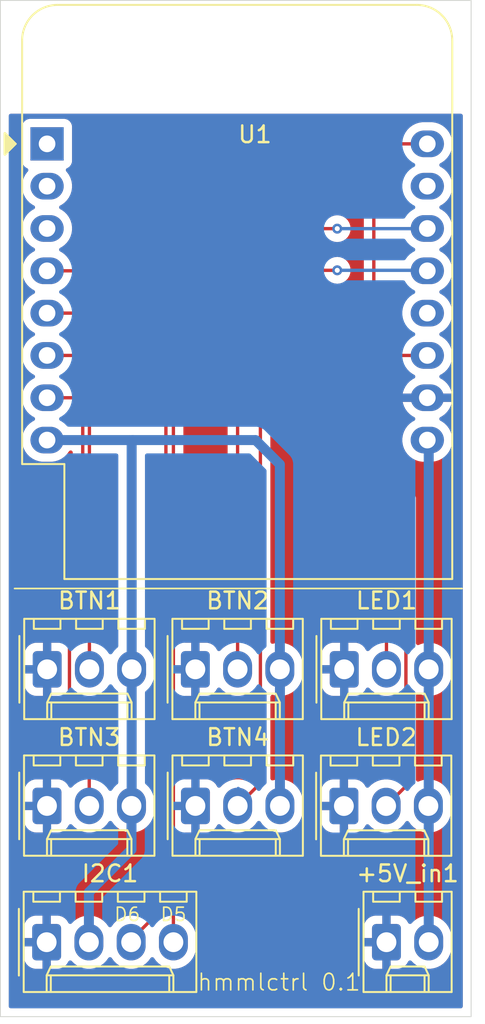
<source format=kicad_pcb>
(kicad_pcb
	(version 20240108)
	(generator "pcbnew")
	(generator_version "8.0")
	(general
		(thickness 1.6)
		(legacy_teardrops no)
	)
	(paper "A4")
	(layers
		(0 "F.Cu" signal)
		(31 "B.Cu" signal)
		(32 "B.Adhes" user "B.Adhesive")
		(33 "F.Adhes" user "F.Adhesive")
		(34 "B.Paste" user)
		(35 "F.Paste" user)
		(36 "B.SilkS" user "B.Silkscreen")
		(37 "F.SilkS" user "F.Silkscreen")
		(38 "B.Mask" user)
		(39 "F.Mask" user)
		(40 "Dwgs.User" user "User.Drawings")
		(41 "Cmts.User" user "User.Comments")
		(42 "Eco1.User" user "User.Eco1")
		(43 "Eco2.User" user "User.Eco2")
		(44 "Edge.Cuts" user)
		(45 "Margin" user)
		(46 "B.CrtYd" user "B.Courtyard")
		(47 "F.CrtYd" user "F.Courtyard")
		(48 "B.Fab" user)
		(49 "F.Fab" user)
		(50 "User.1" user)
		(51 "User.2" user)
		(52 "User.3" user)
		(53 "User.4" user)
		(54 "User.5" user)
		(55 "User.6" user)
		(56 "User.7" user)
		(57 "User.8" user)
		(58 "User.9" user)
	)
	(setup
		(pad_to_mask_clearance 0)
		(allow_soldermask_bridges_in_footprints no)
		(pcbplotparams
			(layerselection 0x00010fc_ffffffff)
			(plot_on_all_layers_selection 0x0000000_00000000)
			(disableapertmacros no)
			(usegerberextensions yes)
			(usegerberattributes no)
			(usegerberadvancedattributes no)
			(creategerberjobfile no)
			(dashed_line_dash_ratio 12.000000)
			(dashed_line_gap_ratio 3.000000)
			(svgprecision 4)
			(plotframeref no)
			(viasonmask yes)
			(mode 1)
			(useauxorigin no)
			(hpglpennumber 1)
			(hpglpenspeed 20)
			(hpglpendiameter 15.000000)
			(pdf_front_fp_property_popups yes)
			(pdf_back_fp_property_popups yes)
			(dxfpolygonmode yes)
			(dxfimperialunits yes)
			(dxfusepcbnewfont yes)
			(psnegative no)
			(psa4output no)
			(plotreference yes)
			(plotvalue no)
			(plotfptext yes)
			(plotinvisibletext no)
			(sketchpadsonfab no)
			(subtractmaskfromsilk yes)
			(outputformat 1)
			(mirror no)
			(drillshape 0)
			(scaleselection 1)
			(outputdirectory "gerber/")
		)
	)
	(net 0 "")
	(net 1 "GND")
	(net 2 "+5V")
	(net 3 "Net-(BTN1-Pin_2)")
	(net 4 "+3.3V")
	(net 5 "Net-(BTN2-Pin_2)")
	(net 6 "Net-(BTN3-Pin_2)")
	(net 7 "Net-(BTN4-Pin_2)")
	(net 8 "Net-(I2C1-Pin_3)")
	(net 9 "Net-(I2C1-Pin_4)")
	(net 10 "Net-(LED1-Pin_2)")
	(net 11 "Net-(LED2-Pin_2)")
	(net 12 "unconnected-(U1-D3-Pad12)")
	(net 13 "unconnected-(U1-RX-Pad15)")
	(net 14 "unconnected-(U1-~{RST}-Pad1)")
	(net 15 "unconnected-(U1-D0-Pad3)")
	(net 16 "unconnected-(U1-A0-Pad2)")
	(footprint "Connector_Molex:Molex_KK-254_AE-6410-03A_1x03_P2.54mm_Vertical" (layer "F.Cu") (at 90.76 69.85))
	(footprint "Connector_Molex:Molex_KK-254_AE-6410-03A_1x03_P2.54mm_Vertical" (layer "F.Cu") (at 99.675 78.05))
	(footprint "Connector_Molex:Molex_KK-254_AE-6410-03A_1x03_P2.54mm_Vertical" (layer "F.Cu") (at 90.75 78.05))
	(footprint "Connector_Molex:Molex_KK-254_AE-6410-04A_1x04_P2.54mm_Vertical" (layer "F.Cu") (at 90.73 86.23))
	(footprint "Connector_Molex:Molex_KK-254_AE-6410-03A_1x03_P2.54mm_Vertical" (layer "F.Cu") (at 108.62 69.85))
	(footprint "Connector_Molex:Molex_KK-254_AE-6410-03A_1x03_P2.54mm_Vertical" (layer "F.Cu") (at 99.67 69.85))
	(footprint "Connector_Molex:Molex_KK-254_AE-6410-02A_1x02_P2.54mm_Vertical" (layer "F.Cu") (at 111.16 86.23))
	(footprint "Connector_Molex:Molex_KK-254_AE-6410-03A_1x03_P2.54mm_Vertical" (layer "F.Cu") (at 108.6 78.055))
	(footprint "Module:WEMOS_D1_mini_light" (layer "F.Cu") (at 90.755 38.31))
	(gr_line
		(start 88.8 65)
		(end 115.7 65)
		(stroke
			(width 0.1)
			(type default)
		)
		(layer "F.SilkS")
		(uuid "5603c642-aef2-43d4-8782-1be22a89116a")
	)
	(gr_rect
		(start 87.95 29.7)
		(end 116.25 90.7)
		(stroke
			(width 0.05)
			(type default)
		)
		(fill none)
		(layer "Edge.Cuts")
		(uuid "0f72c277-9074-4a86-a9b0-f66fbb10befc")
	)
	(gr_text "hmmlctrl 0.1"
		(at 99.73 89.22 0)
		(layer "F.SilkS")
		(uuid "3fae1804-ce05-4635-8e60-c6bad3086589")
		(effects
			(font
				(size 1 1)
				(thickness 0.1)
			)
			(justify left bottom)
		)
	)
	(segment
		(start 113.7 86.23)
		(end 113.7 56.175)
		(width 0.6)
		(layer "B.Cu")
		(net 2)
		(uuid "1c258d5a-d556-4f8b-a8f3-69c2ce9fa433")
	)
	(segment
		(start 113.7 56.175)
		(end 113.615 56.09)
		(width 0.2)
		(layer "B.Cu")
		(net 2)
		(uuid "9df8b863-7724-4ac3-ac43-1e94a8aae068")
	)
	(segment
		(start 92.4 51)
		(end 92.39 51.01)
		(width 0.2)
		(layer "F.Cu")
		(net 3)
		(uuid "17b85e18-611b-490e-a1b8-1aeab60ceebc")
	)
	(segment
		(start 92.39 51.01)
		(end 90.755 51.01)
		(width 0.2)
		(layer "F.Cu")
		(net 3)
		(uuid "20e8dead-9cd0-45e1-8d14-afe845db8999")
	)
	(segment
		(start 93.3 51.9)
		(end 92.4 51)
		(width 0.2)
		(layer "F.Cu")
		(net 3)
		(uuid "95b46bd6-e55d-487f-afb3-70cb2beffd2f")
	)
	(segment
		(start 93.3 69.85)
		(end 93.3 51.9)
		(width 0.2)
		(layer "F.Cu")
		(net 3)
		(uuid "97f6e6c1-7755-47d1-84a1-78e34aa47879")
	)
	(segment
		(start 95.84 69.85)
		(end 95.84 78.04)
		(width 0.6)
		(layer "B.Cu")
		(net 4)
		(uuid "20c4f753-2034-4859-9367-95fe1755585e")
	)
	(segment
		(start 95.9 56.09)
		(end 103.29 56.09)
		(width 0.6)
		(layer "B.Cu")
		(net 4)
		(uuid "45fffc95-a55a-4b73-ba37-997b6ecdfae5")
	)
	(segment
		(start 95.84 69.85)
		(end 95.84 56.15)
		(width 0.6)
		(layer "B.Cu")
		(net 4)
		(uuid "534f29fa-9ce7-4062-8f3b-953ab7a92d82")
	)
	(segment
		(start 104.75 57.55)
		(end 104.75 69.85)
		(width 0.6)
		(layer "B.Cu")
		(net 4)
		(uuid "5bda4e5d-f0d9-4240-a113-326c1014ac76")
	)
	(segment
		(start 95.84 56.15)
		(end 95.9 56.09)
		(width 0.6)
		(layer "B.Cu")
		(net 4)
		(uuid "5f989f51-631f-4f8d-b474-9b27731e189c")
	)
	(segment
		(start 103.29 56.09)
		(end 104.75 57.55)
		(width 0.6)
		(layer "B.Cu")
		(net 4)
		(uuid "60025335-17c1-44ac-b47c-5a39239dae86")
	)
	(segment
		(start 95.83 80.67)
		(end 93.27 83.23)
		(width 0.6)
		(layer "B.Cu")
		(net 4)
		(uuid "6a1d6d53-7d14-4693-a6a4-3372bff7c777")
	)
	(segment
		(start 104.75 69.95)
		(end 104.755 69.955)
		(width 0.6)
		(layer "B.Cu")
		(net 4)
		(uuid "842b4516-5f08-4345-aba1-6f4fe92af2b7")
	)
	(segment
		(start 95.84 78.04)
		(end 95.83 78.05)
		(width 0.6)
		(layer "B.Cu")
		(net 4)
		(uuid "8d88ade1-8f77-4fd5-b1df-0ac0f268bb67")
	)
	(segment
		(start 90.755 56.09)
		(end 95.9 56.09)
		(width 0.6)
		(layer "B.Cu")
		(net 4)
		(uuid "946d9686-f75a-486a-92da-003df2415dc2")
	)
	(segment
		(start 95.83 78.05)
		(end 95.83 80.67)
		(width 0.6)
		(layer "B.Cu")
		(net 4)
		(uuid "ad645a62-72c5-4783-9d27-cfec1d17cd45")
	)
	(segment
		(start 104.755 69.955)
		(end 104.755 78.05)
		(width 0.6)
		(layer "B.Cu")
		(net 4)
		(uuid "ba683670-48a6-4f08-8c99-51c61d2a61b7")
	)
	(segment
		(start 93.27 83.23)
		(end 93.27 86.23)
		(width 0.6)
		(layer "B.Cu")
		(net 4)
		(uuid "e4e55dd4-c887-41c7-a7bf-2d1420696381")
	)
	(segment
		(start 104.75 69.85)
		(end 104.75 69.95)
		(width 0.6)
		(layer "B.Cu")
		(net 4)
		(uuid "e5b26020-a01c-433d-ac8f-ea73f8c635ec")
	)
	(segment
		(start 102.21 69.85)
		(end 102.21 47.69)
		(width 0.2)
		(layer "F.Cu")
		(net 5)
		(uuid "cad88aa4-3ce3-43b4-9af4-9c53e52a4c7c")
	)
	(segment
		(start 106.5 43.4)
		(end 108.2 43.4)
		(width 0.2)
		(layer "F.Cu")
		(net 5)
		(uuid "ed1d9938-c709-4291-84ad-1936076e78cc")
	)
	(segment
		(start 102.21 47.69)
		(end 106.5 43.4)
		(width 0.2)
		(layer "F.Cu")
		(net 5)
		(uuid "fd0972ab-eaf6-48f9-adf2-951e138ed79e")
	)
	(via
		(at 108.2 43.4)
		(size 0.6)
		(drill 0.3)
		(layers "F.Cu" "B.Cu")
		(net 5)
		(uuid "6b593136-042a-4c5d-9534-8e961c9f7867")
	)
	(segment
		(start 113.605 43.4)
		(end 113.615 43.39)
		(width 0.2)
		(layer "B.Cu")
		(net 5)
		(uuid "6080e137-c0f3-471c-8bdc-251e03159199")
	)
	(segment
		(start 108.2 43.4)
		(end 113.605 43.4)
		(width 0.2)
		(layer "B.Cu")
		(net 5)
		(uuid "e44f32eb-203b-4e9e-9a46-9ef6d4b7690a")
	)
	(segment
		(start 93.29 75.99)
		(end 93.29 78.05)
		(width 0.2)
		(layer "F.Cu")
		(net 6)
		(uuid "41ba0e0d-1f17-4cf9-9e19-217aec70ea3f")
	)
	(segment
		(start 92.9 67.7)
		(end 92.1 68.5)
		(width 0.2)
		(layer "F.Cu")
		(net 6)
		(uuid "5a422aa0-66cd-4381-a9af-2f19451eb395")
	)
	(segment
		(start 92.9 54.1)
		(end 92.9 67.7)
		(width 0.2)
		(layer "F.Cu")
		(net 6)
		(uuid "6bc11b99-9843-46a2-b2db-bf56029b1683")
	)
	(segment
		(start 90.755 53.55)
		(end 92.35 53.55)
		(width 0.2)
		(layer "F.Cu")
		(net 6)
		(uuid "a44b91c4-d3f3-4f87-aad4-4b520ce7e98a")
	)
	(segment
		(start 92.35 53.55)
		(end 92.9 54.1)
		(width 0.2)
		(layer "F.Cu")
		(net 6)
		(uuid "b7d631e0-b521-46dc-9937-3248cd432d9a")
	)
	(segment
		(start 92.1 74.8)
		(end 93.29 75.99)
		(width 0.2)
		(layer "F.Cu")
		(net 6)
		(uuid "d4c02925-912d-49f0-be8b-319debcfb17b")
	)
	(segment
		(start 92.1 68.5)
		(end 92.1 74.8)
		(width 0.2)
		(layer "F.Cu")
		(net 6)
		(uuid "f6d90b8f-1c4d-45fe-ada7-fdcb6c41145f")
	)
	(segment
		(start 103.58 47.92)
		(end 105.6 45.9)
		(width 0.2)
		(layer "F.Cu")
		(net 7)
		(uuid "00d79247-6d1b-48eb-924d-c0a3406f077b")
	)
	(segment
		(start 105.6 45.9)
		(end 108.2 45.9)
		(width 0.2)
		(layer "F.Cu")
		(net 7)
		(uuid "193a7d6b-c2f6-4cd2-906c-fed0fffad377")
	)
	(segment
		(start 102.215 78.05)
		(end 103.58 76.685)
		(width 0.2)
		(layer "F.Cu")
		(net 7)
		(uuid "2c9a8a0d-7346-44fa-8130-57260ce99893")
	)
	(segment
		(start 103.58 76.685)
		(end 103.58 47.92)
		(width 0.2)
		(layer "F.Cu")
		(net 7)
		(uuid "fa1df2af-3a71-41f9-8160-f328a8e00b0e")
	)
	(via
		(at 108.2 45.9)
		(size 0.6)
		(drill 0.3)
		(layers "F.Cu" "B.Cu")
		(net 7)
		(uuid "6f098d98-17ca-4de7-98b8-244ac0d5ea17")
	)
	(segment
		(start 113.585 45.9)
		(end 113.615 45.93)
		(width 0.2)
		(layer "B.Cu")
		(net 7)
		(uuid "13ba583e-9f6b-47f0-bd08-df667f7353a0")
	)
	(segment
		(start 102.36 77.7)
		(end 102.36 77.11)
		(width 0.2)
		(layer "B.Cu")
		(net 7)
		(uuid "3d1e63a0-4afc-4f4f-a1ab-15f504995702")
	)
	(segment
		(start 108.2 45.9)
		(end 113.585 45.9)
		(width 0.2)
		(layer "B.Cu")
		(net 7)
		(uuid "9f86c691-b6d5-43b0-b526-8e1dad037e0f")
	)
	(segment
		(start 102.36 77.11)
		(end 102.25 77)
		(width 0.2)
		(layer "B.Cu")
		(net 7)
		(uuid "f91b5b2b-9478-4e6b-910d-ef7507cecb43")
	)
	(segment
		(start 97.9 50.1)
		(end 96.27 48.47)
		(width 0.2)
		(layer "F.Cu")
		(net 8)
		(uuid "0c7f8add-3eaa-4fb0-ac2f-94d9dc3d8103")
	)
	(segment
		(start 96.27 48.47)
		(end 90.755 48.47)
		(width 0.2)
		(layer "F.Cu")
		(net 8)
		(uuid "26989978-0422-45bd-b343-257f32458abb")
	)
	(segment
		(start 97.9 84)
		(end 97.9 50.1)
		(width 0.2)
		(layer "F.Cu")
		(net 8)
		(uuid "2d80b3e6-b320-49a1-b330-66fd6e126d3c")
	)
	(segment
		(start 95.81 86.09)
		(end 97.9 84)
		(width 0.2)
		(layer "F.Cu")
		(net 8)
		(uuid "70e6bf09-d429-47c1-92ed-c022ab69d5e4")
	)
	(segment
		(start 95.81 86.23)
		(end 95.81 86.09)
		(width 0.2)
		(layer "F.Cu")
		(net 8)
		(uuid "97e8a3df-ee6e-45a8-b650-081910d2f97f")
	)
	(segment
		(start 98.35 47.35)
		(end 98.35 86.23)
		(width 0.2)
		(layer "F.Cu")
		(net 9)
		(uuid "7a901054-b0ec-43b4-97f8-df26747fddf6")
	)
	(segment
		(start 96.93 45.93)
		(end 98.35 47.35)
		(width 0.2)
		(layer "F.Cu")
		(net 9)
		(uuid "d46f4c4b-90d5-4702-8aa5-36358ed836f3")
	)
	(segment
		(start 90.755 45.93)
		(end 96.93 45.93)
		(width 0.2)
		(layer "F.Cu")
		(net 9)
		(uuid "f4e74129-1e62-411c-b3f8-98453850f733")
	)
	(segment
		(start 111.19 38.31)
		(end 113.615 38.31)
		(width 0.2)
		(layer "F.Cu")
		(net 10)
		(uuid "6859f440-dcf6-4a18-9f5d-cfe12c4baaf7")
	)
	(segment
		(start 110.4 58.5)
		(end 110.4 39.1)
		(width 0.2)
		(layer "F.Cu")
		(net 10)
		(uuid "6ff169fb-d4e8-4645-8889-81e91893e256")
	)
	(segment
		(start 111.16 69.85)
		(end 111.16 59.26)
		(width 0.2)
		(layer "F.Cu")
		(net 10)
		(uuid "ee55394d-7de3-4f24-9273-e2645cf27367")
	)
	(segment
		(start 111.16 59.26)
		(end 110.4 58.5)
		(width 0.2)
		(layer "F.Cu")
		(net 10)
		(uuid "f0cb4da3-8b4b-40ab-8463-13ce331c3a5d")
	)
	(segment
		(start 110.4 39.1)
		(end 111.19 38.31)
		(width 0.2)
		(layer "F.Cu")
		(net 10)
		(uuid "f6d62cd1-d269-414d-98ca-d818740fe356")
	)
	(segment
		(start 112.33 76.865)
		(end 112.33 59.63)
		(width 0.2)
		(layer "F.Cu")
		(net 11)
		(uuid "09ea171c-730c-4373-a449-dfb1dc5e05ef")
	)
	(segment
		(start 111.99 51.01)
		(end 113.615 51.01)
		(width 0.2)
		(layer "F.Cu")
		(net 11)
		(uuid "0f2a5229-f69c-4d4b-b969-99711ba8f693")
	)
	(segment
		(start 112.33 59.63)
		(end 110.9 58.2)
		(width 0.2)
		(layer "F.Cu")
		(net 11)
		(uuid "588cefa7-d1b9-480c-98ff-8755c2141980")
	)
	(segment
		(start 111.14 78.055)
		(end 112.33 76.865)
		(width 0.2)
		(layer "F.Cu")
		(net 11)
		(uuid "673ac5d2-72a7-45e5-b87d-162ff47ed777")
	)
	(segment
		(start 110.9 58.2)
		(end 110.9 52.1)
		(width 0.2)
		(layer "F.Cu")
		(net 11)
		(uuid "82eb5306-f0bd-4821-9c3d-1b34682767e8")
	)
	(segment
		(start 110.9 52.1)
		(end 111.99 51.01)
		(width 0.2)
		(layer "F.Cu")
		(net 11)
		(uuid "cf27f99d-2a42-4f29-9469-5594a045f468")
	)
	(zone
		(net 1)
		(net_name "GND")
		(layer "F.Cu")
		(uuid "cd9f60fc-6d54-4108-b40b-464cff04dc67")
		(hatch edge 0.5)
		(priority 1)
		(connect_pads
			(clearance 0.5)
		)
		(min_thickness 0.25)
		(filled_areas_thickness no)
		(fill yes
			(thermal_gap 0.5)
			(thermal_bridge_width 0.5)
		)
		(polygon
			(pts
				(xy 87.95 36.5) (xy 116.25 36.5) (xy 116.25 90.7) (xy 87.95 90.8)
			)
		)
		(filled_polygon
			(layer "F.Cu")
			(pts
				(xy 99.92 71.444999) (xy 100.339972 71.444999) (xy 100.339986 71.444998) (xy 100.442697 71.434505)
				(xy 100.609119 71.379358) (xy 100.609124 71.379356) (xy 100.758345 71.287315) (xy 100.882315 71.163345)
				(xy 100.974354 71.014127) (xy 100.974745 71.013289) (xy 100.975167 71.012809) (xy 100.978149 71.007975)
				(xy 100.978974 71.008484) (xy 101.02091 70.960843) (xy 101.0881 70.941681) (xy 101.154984 70.961887)
				(xy 101.174816 70.977996) (xy 101.317179 71.120359) (xy 101.491701 71.247157) (xy 101.683911 71.345092)
				(xy 101.889074 71.411754) (xy 101.962718 71.423418) (xy 102.102134 71.4455) (xy 102.102139 71.4455)
				(xy 102.317866 71.4455) (xy 102.448108 71.424871) (xy 102.530926 71.411754) (xy 102.736089 71.345092)
				(xy 102.799205 71.312932) (xy 102.867874 71.300037) (xy 102.932615 71.326313) (xy 102.972872 71.38342)
				(xy 102.9795 71.423418) (xy 102.9795 76.384902) (xy 102.959815 76.451941) (xy 102.94318 76.472584)
				(xy 102.884133 76.53163) (xy 102.82281 76.565114) (xy 102.753118 76.560129) (xy 102.743662 76.555973)
				(xy 102.741096 76.55491) (xy 102.635627 76.520641) (xy 102.535926 76.488246) (xy 102.535924 76.488245)
				(xy 102.535922 76.488245) (xy 102.322866 76.4545) (xy 102.322861 76.4545) (xy 102.107139 76.4545)
				(xy 102.107134 76.4545) (xy 101.894077 76.488245) (xy 101.688908 76.554909) (xy 101.4967 76.652843)
				(xy 101.32218 76.77964) (xy 101.179816 76.922004) (xy 101.118493 76.955488) (xy 101.048801 76.950504)
				(xy 100.992868 76.908632) (xy 100.979748 76.886716) (xy 100.979356 76.885876) (xy 100.887315 76.736654)
				(xy 100.763345 76.612684) (xy 100.614124 76.520643) (xy 100.614119 76.520641) (xy 100.447697 76.465494)
				(xy 100.44769 76.465493) (xy 100.344986 76.455) (xy 99.925 76.455) (xy 99.925 77.50729) (xy 99.904661 77.495548)
				(xy 99.753333 77.455) (xy 99.596667 77.455) (xy 99.445339 77.495548) (xy 99.425 77.50729) (xy 99.425 76.455)
				(xy 99.0745 76.455) (xy 99.007461 76.435315) (xy 98.961706 76.382511) (xy 98.9505 76.331) (xy 98.9505 71.568999)
				(xy 98.970185 71.50196) (xy 99.022989 71.456205) (xy 99.0745 71.444999) (xy 99.419999 71.444999)
				(xy 99.42 71.444998) (xy 99.42 70.392709) (xy 99.440339 70.404452) (xy 99.591667 70.445) (xy 99.748333 70.445)
				(xy 99.899661 70.404452) (xy 99.92 70.392709)
			)
		)
		(filled_polygon
			(layer "F.Cu")
			(pts
				(xy 115.692539 36.519685) (xy 115.738294 36.572489) (xy 115.7495 36.624) (xy 115.7495 90.0755) (xy 115.729815 90.142539)
				(xy 115.677011 90.188294) (xy 115.6255 90.1995) (xy 88.5745 90.1995) (xy 88.507461 90.179815) (xy 88.461706 90.127011)
				(xy 88.4505 90.0755) (xy 88.4505 37.262135) (xy 89.2545 37.262135) (xy 89.2545 39.35787) (xy 89.254501 39.357876)
				(xy 89.260908 39.417483) (xy 89.311202 39.552328) (xy 89.311206 39.552335) (xy 89.397452 39.667544)
				(xy 89.397455 39.667547) (xy 89.512664 39.753793) (xy 89.512673 39.753798) (xy 89.549914 39.767688)
				(xy 89.605848 39.809559) (xy 89.630266 39.875023) (xy 89.615415 39.943296) (xy 89.594265 39.97155)
				(xy 89.563027 40.002787) (xy 89.442715 40.168386) (xy 89.349781 40.350776) (xy 89.286522 40.545465)
				(xy 89.2545 40.747648) (xy 89.2545 40.952351) (xy 89.286522 41.154534) (xy 89.349781 41.349223)
				(xy 89.442715 41.531613) (xy 89.563028 41.697213) (xy 89.707786 41.841971) (xy 89.862749 41.954556)
				(xy 89.87339 41.962287) (xy 89.96484 42.008883) (xy 89.96608 42.009515) (xy 90.016876 42.05749)
				(xy 90.033671 42.125311) (xy 90.011134 42.191446) (xy 89.96608 42.230485) (xy 89.873386 42.277715)
				(xy 89.707786 42.398028) (xy 89.563028 42.542786) (xy 89.442715 42.708386) (xy 89.349781 42.890776)
				(xy 89.286522 43.085465) (xy 89.2545 43.287648) (xy 89.2545 43.492351) (xy 89.286522 43.694534)
				(xy 89.349781 43.889223) (xy 89.442715 44.071613) (xy 89.563028 44.237213) (xy 89.707786 44.381971)
				(xy 89.862749 44.494556) (xy 89.87339 44.502287) (xy 89.96484 44.548883) (xy 89.96608 44.549515)
				(xy 90.016876 44.59749) (xy 90.033671 44.665311) (xy 90.011134 44.731446) (xy 89.96608 44.770485)
				(xy 89.873386 44.817715) (xy 89.707786 44.938028) (xy 89.563028 45.082786) (xy 89.442715 45.248386)
				(xy 89.349781 45.430776) (xy 89.286522 45.625465) (xy 89.2545 45.827648) (xy 89.2545 46.032351)
				(xy 89.286522 46.234534) (xy 89.349781 46.429223) (xy 89.442715 46.611613) (xy 89.563028 46.777213)
				(xy 89.707786 46.921971) (xy 89.862749 47.034556) (xy 89.87339 47.042287) (xy 89.96484 47.088883)
				(xy 89.96608 47.089515) (xy 90.016876 47.13749) (xy 90.033671 47.205311) (xy 90.011134 47.271446)
				(xy 89.96608 47.310485) (xy 89.873386 47.357715) (xy 89.707786 47.478028) (xy 89.563028 47.622786)
				(xy 89.442715 47.788386) (xy 89.349781 47.970776) (xy 89.286522 48.165465) (xy 89.2545 48.367648)
				(xy 89.2545 48.572351) (xy 89.286522 48.774534) (xy 89.349781 48.969223) (xy 89.442715 49.151613)
				(xy 89.563028 49.317213) (xy 89.707786 49.461971) (xy 89.862749 49.574556) (xy 89.87339 49.582287)
				(xy 89.96484 49.628883) (xy 89.96608 49.629515) (xy 90.016876 49.67749) (xy 90.033671 49.745311)
				(xy 90.011134 49.811446) (xy 89.96608 49.850485) (xy 89.873386 49.897715) (xy 89.707786 50.018028)
				(xy 89.563028 50.162786) (xy 89.442715 50.328386) (xy 89.349781 50.510776) (xy 89.286522 50.705465)
				(xy 89.2545 50.907648) (xy 89.2545 51.112351) (xy 89.286522 51.314534) (xy 89.349781 51.509223)
				(xy 89.401385 51.6105) (xy 89.437682 51.681737) (xy 89.442715 51.691613) (xy 89.563028 51.857213)
				(xy 89.707786 52.001971) (xy 89.859804 52.112416) (xy 89.87339 52.122287) (xy 89.96484 52.168883)
				(xy 89.96608 52.169515) (xy 90.016876 52.21749) (xy 90.033671 52.285311) (xy 90.011134 52.351446)
				(xy 89.96608 52.390485) (xy 89.873386 52.437715) (xy 89.707786 52.558028) (xy 89.563028 52.702786)
				(xy 89.442715 52.868386) (xy 89.349781 53.050776) (xy 89.286522 53.245465) (xy 89.2545 53.447648)
				(xy 89.2545 53.652351) (xy 89.286522 53.854534) (xy 89.349781 54.049223) (xy 89.442715 54.231613)
				(xy 89.563028 54.397213) (xy 89.707786 54.541971) (xy 89.862749 54.654556) (xy 89.87339 54.662287)
				(xy 89.96484 54.708883) (xy 89.96608 54.709515) (xy 90.016876 54.75749) (xy 90.033671 54.825311)
				(xy 90.011134 54.891446) (xy 89.96608 54.930485) (xy 89.873386 54.977715) (xy 89.707786 55.098028)
				(xy 89.563028 55.242786) (xy 89.442715 55.408386) (xy 89.349781 55.590776) (xy 89.286522 55.785465)
				(xy 89.2545 55.987648) (xy 89.2545 56.192351) (xy 89.286522 56.394534) (xy 89.349781 56.589223)
				(xy 89.410941 56.709254) (xy 89.440649 56.76756) (xy 89.442715 56.771613) (xy 89.563028 56.937213)
				(xy 89.707786 57.081971) (xy 89.862749 57.194556) (xy 89.87339 57.202287) (xy 89.989607 57.261503)
				(xy 90.055776 57.295218) (xy 90.055778 57.295218) (xy 90.055781 57.29522) (xy 90.160137 57.329127)
				(xy 90.250465 57.358477) (xy 90.351557 57.374488) (xy 90.452648 57.3905) (xy 90.452649 57.3905)
				(xy 91.057351 57.3905) (xy 91.057352 57.3905) (xy 91.259534 57.358477) (xy 91.454219 57.29522) (xy 91.63661 57.202287)
				(xy 91.72959 57.134732) (xy 91.802213 57.081971) (xy 91.802215 57.081968) (xy 91.802219 57.081966)
				(xy 91.946966 56.937219) (xy 91.946968 56.937215) (xy 91.946971 56.937213) (xy 92.067286 56.771611)
				(xy 92.069769 56.76756) (xy 92.121577 56.720681) (xy 92.190506 56.709254) (xy 92.254671 56.736907)
				(xy 92.293699 56.79486) (xy 92.2995 56.832343) (xy 92.2995 67.399902) (xy 92.279815 67.466941) (xy 92.263181 67.487583)
				(xy 91.619481 68.131282) (xy 91.619477 68.131287) (xy 91.591054 68.180519) (xy 91.59105 68.180526)
				(xy 91.581606 68.196881) (xy 91.531036 68.245093) (xy 91.462428 68.258312) (xy 91.461622 68.258232)
				(xy 91.429991 68.255) (xy 91.01 68.255) (xy 91.01 69.30729) (xy 90.989661 69.295548) (xy 90.838333 69.255)
				(xy 90.681667 69.255) (xy 90.530339 69.295548) (xy 90.51 69.30729) (xy 90.51 68.255) (xy 90.090028 68.255)
				(xy 90.090012 68.255001) (xy 89.987302 68.265494) (xy 89.82088 68.320641) (xy 89.820875 68.320643)
				(xy 89.671654 68.412684) (xy 89.547684 68.536654) (xy 89.455643 68.685875) (xy 89.455641 68.68588)
				(xy 89.400494 68.852302) (xy 89.400493 68.852309) (xy 89.39 68.955013) (xy 89.39 69.6) (xy 90.217291 69.6)
				(xy 90.205548 69.620339) (xy 90.165 69.771667) (xy 90.165 69.928333) (xy 90.205548 70.079661) (xy 90.217291 70.1)
				(xy 89.390001 70.1) (xy 89.390001 70.744986) (xy 89.400494 70.847697) (xy 89.455641 71.014119) (xy 89.455643 71.014124)
				(xy 89.547684 71.163345) (xy 89.671654 71.287315) (xy 89.820875 71.379356) (xy 89.82088 71.379358)
				(xy 89.987302 71.434505) (xy 89.987309 71.434506) (xy 90.090019 71.444999) (xy 90.509999 71.444999)
				(xy 90.51 71.444998) (xy 90.51 70.392709) (xy 90.530339 70.404452) (xy 90.681667 70.445) (xy 90.838333 70.445)
				(xy 90.989661 70.404452) (xy 91.01 70.392709) (xy 91.01 71.444999) (xy 91.3755 71.444999) (xy 91.442539 71.464684)
				(xy 91.488294 71.517488) (xy 91.4995 71.568999) (xy 91.4995 74.71333) (xy 91.499499 74.713348) (xy 91.499499 74.879054)
				(xy 91.499498 74.879054) (xy 91.540423 75.031785) (xy 91.569358 75.0819) (xy 91.569359 75.081904)
				(xy 91.56936 75.081904) (xy 91.619479 75.168714) (xy 91.619481 75.168717) (xy 91.738349 75.287585)
				(xy 91.738355 75.28759) (xy 92.653181 76.202416) (xy 92.686666 76.263739) (xy 92.6895 76.290097)
				(xy 92.6895 76.516833) (xy 92.669815 76.583872) (xy 92.621796 76.627317) (xy 92.571703 76.652841)
				(xy 92.39718 76.77964) (xy 92.254816 76.922004) (xy 92.193493 76.955488) (xy 92.123801 76.950504)
				(xy 92.067868 76.908632) (xy 92.054748 76.886716) (xy 92.054356 76.885876) (xy 91.962315 76.736654)
				(xy 91.838345 76.612684) (xy 91.689124 76.520643) (xy 91.689119 76.520641) (xy 91.522697 76.465494)
				(xy 91.52269 76.465493) (xy 91.419986 76.455) (xy 91 76.455) (xy 91 77.50729) (xy 90.979661 77.495548)
				(xy 90.828333 77.455) (xy 90.671667 77.455) (xy 90.520339 77.495548) (xy 90.5 77.50729) (xy 90.5 76.455)
				(xy 90.080028 76.455) (xy 90.080012 76.455001) (xy 89.977302 76.465494) (xy 89.81088 76.520641)
				(xy 89.810875 76.520643) (xy 89.661654 76.612684) (xy 89.537684 76.736654) (xy 89.445643 76.885875)
				(xy 89.445641 76.88588) (xy 89.390494 77.052302) (xy 89.390493 77.052309) (xy 89.38 77.155013) (xy 89.38 77.8)
				(xy 90.207291 77.8) (xy 90.195548 77.820339) (xy 90.155 77.971667) (xy 90.155 78.128333) (xy 90.195548 78.279661)
				(xy 90.207291 78.3) (xy 89.380001 78.3) (xy 89.380001 78.944986) (xy 89.390494 79.047697) (xy 89.445641 79.214119)
				(xy 89.445643 79.214124) (xy 89.537684 79.363345) (xy 89.661654 79.487315) (xy 89.810875 79.579356)
				(xy 89.81088 79.579358) (xy 89.977302 79.634505) (xy 89.977309 79.634506) (xy 90.080019 79.644999)
				(xy 90.499999 79.644999) (xy 90.5 79.644998) (xy 90.5 78.592709) (xy 90.520339 78.604452) (xy 90.671667 78.645)
				(xy 90.828333 78.645) (xy 90.979661 78.604452) (xy 91 78.592709) (xy 91 79.644999) (xy 91.419972 79.644999)
				(xy 91.419986 79.644998) (xy 91.522697 79.634505) (xy 91.689119 79.579358) (xy 91.689124 79.579356)
				(xy 91.838345 79.487315) (xy 91.962315 79.363345) (xy 92.054354 79.214127) (xy 92.054745 79.213289)
				(xy 92.055167 79.212809) (xy 92.058149 79.207975) (xy 92.058974 79.208484) (xy 92.10091 79.160843)
				(xy 92.1681 79.141681) (xy 92.234984 79.161887) (xy 92.254816 79.177996) (xy 92.397179 79.320359)
				(xy 92.571701 79.447157) (xy 92.763911 79.545092) (xy 92.969074 79.611754) (xy 93.048973 79.624408)
				(xy 93.182134 79.6455) (xy 93.182139 79.6455) (xy 93.397866 79.6455) (xy 93.51623 79.626752) (xy 93.610926 79.611754)
				(xy 93.816089 79.545092) (xy 94.008299 79.447157) (xy 94.182821 79.320359) (xy 94.335359 79.167821)
				(xy 94.459682 78.996704) (xy 94.515012 78.95404) (xy 94.584626 78.948061) (xy 94.64642 78.980667)
				(xy 94.660315 78.996702) (xy 94.784641 79.167821) (xy 94.937179 79.320359) (xy 95.111701 79.447157)
				(xy 95.303911 79.545092) (xy 95.509074 79.611754) (xy 95.588973 79.624408) (xy 95.722134 79.6455)
				(xy 95.722139 79.6455) (xy 95.937866 79.6455) (xy 96.05623 79.626752) (xy 96.150926 79.611754) (xy 96.356089 79.545092)
				(xy 96.548299 79.447157) (xy 96.722821 79.320359) (xy 96.875359 79.167821) (xy 97.002157 78.993299)
				(xy 97.025207 78.948061) (xy 97.065015 78.869933) (xy 97.112989 78.819136) (xy 97.18081 78.802341)
				(xy 97.246945 78.824878) (xy 97.290397 78.879593) (xy 97.2995 78.926227) (xy 97.2995 83.699902)
				(xy 97.279815 83.766941) (xy 97.263181 83.787583) (xy 96.374549 84.676214) (xy 96.313226 84.709699)
				(xy 96.248551 84.706464) (xy 96.130927 84.668246) (xy 96.130922 84.668245) (xy 95.917866 84.6345)
				(xy 95.917861 84.6345) (xy 95.702139 84.6345) (xy 95.702134 84.6345) (xy 95.489077 84.668245) (xy 95.283908 84.734909)
				(xy 95.0917 84.832843) (xy 94.992129 84.905186) (xy 94.917179 84.959641) (xy 94.917177 84.959643)
				(xy 94.917176 84.959643) (xy 94.764643 85.112176) (xy 94.764643 85.112177) (xy 94.764641 85.112179)
				(xy 94.747706 85.135488) (xy 94.640318 85.283294) (xy 94.584988 85.325959) (xy 94.515374 85.331938)
				(xy 94.453579 85.299332) (xy 94.439682 85.283294) (xy 94.402639 85.232309) (xy 94.315359 85.112179)
				(xy 94.162821 84.959641) (xy 93.988299 84.832843) (xy 93.796089 84.734908) (xy 93.590926 84.668246)
				(xy 93.590924 84.668245) (xy 93.590922 84.668245) (xy 93.377866 84.6345) (xy 93.377861 84.6345)
				(xy 93.162139 84.6345) (xy 93.162134 84.6345) (xy 92.949077 84.668245) (xy 92.743908 84.734909)
				(xy 92.5517 84.832843) (xy 92.37718 84.95964) (xy 92.234816 85.102004) (xy 92.173493 85.135488)
				(xy 92.103801 85.130504) (xy 92.047868 85.088632) (xy 92.034748 85.066716) (xy 92.034356 85.065876)
				(xy 91.942315 84.916654) (xy 91.818345 84.792684) (xy 91.669124 84.700643) (xy 91.669119 84.700641)
				(xy 91.502697 84.645494) (xy 91.50269 84.645493) (xy 91.399986 84.635) (xy 90.98 84.635) (xy 90.98 85.68729)
				(xy 90.959661 85.675548) (xy 90.808333 85.635) (xy 90.651667 85.635) (xy 90.500339 85.675548) (xy 90.48 85.68729)
				(xy 90.48 84.635) (xy 90.060028 84.635) (xy 90.060012 84.635001) (xy 89.957302 84.645494) (xy 89.79088 84.700641)
				(xy 89.790875 84.700643) (xy 89.641654 84.792684) (xy 89.517684 84.916654) (xy 89.425643 85.065875)
				(xy 89.425641 85.06588) (xy 89.370494 85.232302) (xy 89.370493 85.232309) (xy 89.36 85.335013) (xy 89.36 85.98)
				(xy 90.187291 85.98) (xy 90.175548 86.000339) (xy 90.135 86.151667) (xy 90.135 86.308333) (xy 90.175548 86.459661)
				(xy 90.187291 86.48) (xy 89.360001 86.48) (xy 89.360001 87.124986) (xy 89.370494 87.227697) (xy 89.425641 87.394119)
				(xy 89.425643 87.394124) (xy 89.517684 87.543345) (xy 89.641654 87.667315) (xy 89.790875 87.759356)
				(xy 89.79088 87.759358) (xy 89.957302 87.814505) (xy 89.957309 87.814506) (xy 90.060019 87.824999)
				(xy 90.479999 87.824999) (xy 90.48 87.824998) (xy 90.48 86.772709) (xy 90.500339 86.784452) (xy 90.651667 86.825)
				(xy 90.808333 86.825) (xy 90.959661 86.784452) (xy 90.98 86.772709) (xy 90.98 87.824999) (xy 91.399972 87.824999)
				(xy 91.399986 87.824998) (xy 91.502697 87.814505) (xy 91.669119 87.759358) (xy 91.669124 87.759356)
				(xy 91.818345 87.667315) (xy 91.942315 87.543345) (xy 92.034354 87.394127) (xy 92.034745 87.393289)
				(xy 92.035167 87.392809) (xy 92.038149 87.387975) (xy 92.038974 87.388484) (xy 92.08091 87.340843)
				(xy 92.1481 87.321681) (xy 92.214984 87.341887) (xy 92.234816 87.357996) (xy 92.377179 87.500359)
				(xy 92.551701 87.627157) (xy 92.743911 87.725092) (xy 92.949074 87.791754) (xy 93.028973 87.804408)
				(xy 93.162134 87.8255) (xy 93.162139 87.8255) (xy 93.377866 87.8255) (xy 93.49623 87.806752) (xy 93.590926 87.791754)
				(xy 93.796089 87.725092) (xy 93.988299 87.627157) (xy 94.162821 87.500359) (xy 94.315359 87.347821)
				(xy 94.439682 87.176704) (xy 94.495012 87.13404) (xy 94.564626 87.128061) (xy 94.62642 87.160667)
				(xy 94.640315 87.176702) (xy 94.764641 87.347821) (xy 94.917179 87.500359) (xy 95.091701 87.627157)
				(xy 95.283911 87.725092) (xy 95.489074 87.791754) (xy 95.568973 87.804408) (xy 95.702134 87.8255)
				(xy 95.702139 87.8255) (xy 95.917866 87.8255) (xy 96.03623 87.806752) (xy 96.130926 87.791754) (xy 96.336089 87.725092)
				(xy 96.528299 87.627157) (xy 96.702821 87.500359) (xy 96.855359 87.347821) (xy 96.979682 87.176704)
				(xy 97.035012 87.13404) (xy 97.104626 87.128061) (xy 97.16642 87.160667) (xy 97.180315 87.176702)
				(xy 97.304641 87.347821) (xy 97.457179 87.500359) (xy 97.631701 87.627157) (xy 97.823911 87.725092)
				(xy 98.029074 87.791754) (xy 98.108973 87.804408) (xy 98.242134 87.8255) (xy 98.242139 87.8255)
				(xy 98.457866 87.8255) (xy 98.57623 87.806752) (xy 98.670926 87.791754) (xy 98.876089 87.725092)
				(xy 99.068299 87.627157) (xy 99.242821 87.500359) (xy 99.395359 87.347821) (xy 99.522157 87.173299)
				(xy 99.620092 86.981089) (xy 99.686754 86.775926) (xy 99.701752 86.68123) (xy 99.7205 86.562866)
				(xy 99.7205 85.897133) (xy 99.686754 85.684077) (xy 99.686754 85.684074) (xy 99.620092 85.478911)
				(xy 99.546773 85.335013) (xy 109.79 85.335013) (xy 109.79 85.98) (xy 110.617291 85.98) (xy 110.605548 86.000339)
				(xy 110.565 86.151667) (xy 110.565 86.308333) (xy 110.605548 86.459661) (xy 110.617291 86.48) (xy 109.790001 86.48)
				(xy 109.790001 87.124986) (xy 109.800494 87.227697) (xy 109.855641 87.394119) (xy 109.855643 87.394124)
				(xy 109.947684 87.543345) (xy 110.071654 87.667315) (xy 110.220875 87.759356) (xy 110.22088 87.759358)
				(xy 110.387302 87.814505) (xy 110.387309 87.814506) (xy 110.490019 87.824999) (xy 110.909999 87.824999)
				(xy 110.91 87.824998) (xy 110.91 86.772709) (xy 110.930339 86.784452) (xy 111.081667 86.825) (xy 111.238333 86.825)
				(xy 111.389661 86.784452) (xy 111.41 86.772709) (xy 111.41 87.824999) (xy 111.829972 87.824999)
				(xy 111.829986 87.824998) (xy 111.932697 87.814505) (xy 112.099119 87.759358) (xy 112.099124 87.759356)
				(xy 112.248345 87.667315) (xy 112.372315 87.543345) (xy 112.464354 87.394127) (xy 112.464745 87.393289)
				(xy 112.465167 87.392809) (xy 112.468149 87.387975) (xy 112.468974 87.388484) (xy 112.51091 87.340843)
				(xy 112.5781 87.321681) (xy 112.644984 87.341887) (xy 112.664816 87.357996) (xy 112.807179 87.500359)
				(xy 112.981701 87.627157) (xy 113.173911 87.725092) (xy 113.379074 87.791754) (xy 113.458973 87.804408)
				(xy 113.592134 87.8255) (xy 113.592139 87.8255) (xy 113.807866 87.8255) (xy 113.92623 87.806752)
				(xy 114.020926 87.791754) (xy 114.226089 87.725092) (xy 114.418299 87.627157) (xy 114.592821 87.500359)
				(xy 114.745359 87.347821) (xy 114.872157 87.173299) (xy 114.970092 86.981089) (xy 115.036754 86.775926)
				(xy 115.051752 86.68123) (xy 115.0705 86.562866) (xy 115.0705 85.897133) (xy 115.036754 85.684077)
				(xy 115.036754 85.684074) (xy 114.970092 85.478911) (xy 114.872157 85.286701) (xy 114.745359 85.112179)
				(xy 114.592821 84.959641) (xy 114.418299 84.832843) (xy 114.226089 84.734908) (xy 114.020926 84.668246)
				(xy 114.020924 84.668245) (xy 114.020922 84.668245) (xy 113.807866 84.6345) (xy 113.807861 84.6345)
				(xy 113.592139 84.6345) (xy 113.592134 84.6345) (xy 113.379077 84.668245) (xy 113.173908 84.734909)
				(xy 112.9817 84.832843) (xy 112.80718 84.95964) (xy 112.664816 85.102004) (xy 112.603493 85.135488)
				(xy 112.533801 85.130504) (xy 112.477868 85.088632) (xy 112.464748 85.066716) (xy 112.464356 85.065876)
				(xy 112.372315 84.916654) (xy 112.248345 84.792684) (xy 112.099124 84.700643) (xy 112.099119 84.700641)
				(xy 111.932697 84.645494) (xy 111.93269 84.645493) (xy 111.829986 84.635) (xy 111.41 84.635) (xy 111.41 85.68729)
				(xy 111.389661 85.675548) (xy 111.238333 85.635) (xy 111.081667 85.635) (xy 110.930339 85.675548)
				(xy 110.91 85.68729) (xy 110.91 84.635) (xy 110.490028 84.635) (xy 110.490012 84.635001) (xy 110.387302 84.645494)
				(xy 110.22088 84.700641) (xy 110.220875 84.700643) (xy 110.071654 84.792684) (xy 109.947684 84.916654)
				(xy 109.855643 85.065875) (xy 109.855641 85.06588) (xy 109.800494 85.232302) (xy 109.800493 85.232309)
				(xy 109.79 85.335013) (xy 99.546773 85.335013) (xy 99.522157 85.286701) (xy 99.395359 85.112179)
				(xy 99.242821 84.959641) (xy 99.068299 84.832843) (xy 99.068298 84.832842) (xy 99.068296 84.832841)
				(xy 99.018204 84.807317) (xy 98.967408 84.759342) (xy 98.9505 84.696833) (xy 98.9505 79.768999)
				(xy 98.970185 79.70196) (xy 99.022989 79.656205) (xy 99.0745 79.644999) (xy 99.424999 79.644999)
				(xy 99.425 79.644998) (xy 99.425 78.592709) (xy 99.445339 78.604452) (xy 99.596667 78.645) (xy 99.753333 78.645)
				(xy 99.904661 78.604452) (xy 99.925 78.592709) (xy 99.925 79.644999) (xy 100.344972 79.644999) (xy 100.344986 79.644998)
				(xy 100.447697 79.634505) (xy 100.614119 79.579358) (xy 100.614124 79.579356) (xy 100.763345 79.487315)
				(xy 100.887315 79.363345) (xy 100.979354 79.214127) (xy 100.979745 79.213289) (xy 100.980167 79.212809)
				(xy 100.983149 79.207975) (xy 100.983974 79.208484) (xy 101.02591 79.160843) (xy 101.0931 79.141681)
				(xy 101.159984 79.161887) (xy 101.179816 79.177996) (xy 101.322179 79.320359) (xy 101.496701 79.447157)
				(xy 101.688911 79.545092) (xy 101.894074 79.611754) (xy 101.973973 79.624408) (xy 102.107134 79.6455)
				(xy 102.107139 79.6455) (xy 102.322866 79.6455) (xy 102.44123 79.626752) (xy 102.535926 79.611754)
				(xy 102.741089 79.545092) (xy 102.933299 79.447157) (xy 103.107821 79.320359) (xy 103.260359 79.167821)
				(xy 103.384682 78.996704) (xy 103.440012 78.95404) (xy 103.509626 78.948061) (xy 103.57142 78.980667)
				(xy 103.585315 78.996702) (xy 103.709641 79.167821) (xy 103.862179 79.320359) (xy 104.036701 79.447157)
				(xy 104.228911 79.545092) (xy 104.434074 79.611754) (xy 104.513973 79.624408) (xy 104.647134 79.6455)
				(xy 104.647139 79.6455) (xy 104.862866 79.6455) (xy 104.98123 79.626752) (xy 105.075926 79.611754)
				(xy 105.281089 79.545092) (xy 105.473299 79.447157) (xy 105.647821 79.320359) (xy 105.800359 79.167821)
				(xy 105.927157 78.993299) (xy 106.025092 78.801089) (xy 106.091754 78.595926) (xy 106.106752 78.50123)
				(xy 106.1255 78.382866) (xy 106.1255 77.717133) (xy 106.092546 77.509077) (xy 106.091754 77.504074)
				(xy 106.025092 77.298911) (xy 105.954321 77.160013) (xy 107.23 77.160013) (xy 107.23 77.805) (xy 108.057291 77.805)
				(xy 108.045548 77.825339) (xy 108.005 77.976667) (xy 108.005 78.133333) (xy 108.045548 78.284661)
				(xy 108.057291 78.305) (xy 107.230001 78.305) (xy 107.230001 78.949986) (xy 107.240494 79.052697)
				(xy 107.295641 79.219119) (xy 107.295643 79.219124) (xy 107.387684 79.368345) (xy 107.511654 79.492315)
				(xy 107.660875 79.584356) (xy 107.66088 79.584358) (xy 107.827302 79.639505) (xy 107.827309 79.639506)
				(xy 107.930019 79.649999) (xy 108.349999 79.649999) (xy 108.35 79.649998) (xy 108.35 78.597709)
				(xy 108.370339 78.609452) (xy 108.521667 78.65) (xy 108.678333 78.65) (xy 108.829661 78.609452)
				(xy 108.85 78.597709) (xy 108.85 79.649999) (xy 109.269972 79.649999) (xy 109.269986 79.649998)
				(xy 109.372697 79.639505) (xy 109.539119 79.584358) (xy 109.539124 79.584356) (xy 109.688345 79.492315)
				(xy 109.812315 79.368345) (xy 109.904354 79.219127) (xy 109.904745 79.218289) (xy 109.905167 79.217809)
				(xy 109.908149 79.212975) (xy 109.908974 79.213484) (xy 109.95091 79.165843) (xy 110.0181 79.146681)
				(xy 110.084984 79.166887) (xy 110.104816 79.182996) (xy 110.247179 79.325359) (xy 110.421701 79.452157)
				(xy 110.613911 79.550092) (xy 110.819074 79.616754) (xy 110.898973 79.629408) (xy 111.032134 79.6505)
				(xy 111.032139 79.6505) (xy 111.247866 79.6505) (xy 111.36623 79.631752) (xy 111.460926 79.616754)
				(xy 111.666089 79.550092) (xy 111.858299 79.452157) (xy 112.032821 79.325359) (xy 112.185359 79.172821)
				(xy 112.309682 79.001704) (xy 112.365012 78.95904) (xy 112.434626 78.953061) (xy 112.49642 78.985667)
				(xy 112.510315 79.001702) (xy 112.634641 79.172821) (xy 112.787179 79.325359) (xy 112.961701 79.452157)
				(xy 113.153911 79.550092) (xy 113.359074 79.616754) (xy 113.438973 79.629408) (xy 113.572134 79.6505)
				(xy 113.572139 79.6505) (xy 113.787866 79.6505) (xy 113.90623 79.631752) (xy 114.000926 79.616754)
				(xy 114.206089 79.550092) (xy 114.398299 79.452157) (xy 114.572821 79.325359) (xy 114.725359 79.172821)
				(xy 114.852157 78.998299) (xy 114.950092 78.806089) (xy 115.016754 78.600926) (xy 115.031752 78.50623)
				(xy 115.0505 78.387866) (xy 115.0505 77.722133) (xy 115.02781 77.578882) (xy 115.016754 77.509074)
				(xy 114.950092 77.303911) (xy 114.852157 77.111701) (xy 114.725359 76.937179) (xy 114.572821 76.784641)
				(xy 114.398299 76.657843) (xy 114.206089 76.559908) (xy 114.000926 76.493246) (xy 114.000924 76.493245)
				(xy 114.000922 76.493245) (xy 113.787866 76.4595) (xy 113.787861 76.4595) (xy 113.572139 76.4595)
				(xy 113.572134 76.4595) (xy 113.359077 76.493245) (xy 113.359074 76.493246) (xy 113.238024 76.532578)
				(xy 113.153905 76.55991) (xy 113.110794 76.581876) (xy 113.042124 76.594772) (xy 112.977384 76.568495)
				(xy 112.937128 76.511388) (xy 112.9305 76.471391) (xy 112.9305 71.423418) (xy 112.950185 71.356379)
				(xy 113.002989 71.310624) (xy 113.072147 71.30068) (xy 113.110794 71.312932) (xy 113.173911 71.345092)
				(xy 113.379074 71.411754) (xy 113.452718 71.423418) (xy 113.592134 71.4455) (xy 113.592139 71.4455)
				(xy 113.807866 71.4455) (xy 113.938108 71.424871) (xy 114.020926 71.411754) (xy 114.226089 71.345092)
				(xy 114.418299 71.247157) (xy 114.592821 71.120359) (xy 114.745359 70.967821) (xy 114.872157 70.793299)
				(xy 114.970092 70.601089) (xy 115.036754 70.395926) (xy 115.051752 70.30123) (xy 115.0705 70.182866)
				(xy 115.0705 69.517133) (xy 115.036754 69.304077) (xy 115.036754 69.304074) (xy 114.970092 69.098911)
				(xy 114.872157 68.906701) (xy 114.745359 68.732179) (xy 114.592821 68.579641) (xy 114.418299 68.452843)
				(xy 114.226089 68.354908) (xy 114.020926 68.288246) (xy 114.020924 68.288245) (xy 114.020922 68.288245)
				(xy 113.807866 68.2545) (xy 113.807861 68.2545) (xy 113.592139 68.2545) (xy 113.592134 68.2545)
				(xy 113.379077 68.288245) (xy 113.173908 68.354909) (xy 113.110795 68.387067) (xy 113.042126 68.399963)
				(xy 112.977385 68.373687) (xy 112.937128 68.31658) (xy 112.9305 68.276582) (xy 112.9305 59.550945)
				(xy 112.9305 59.550943) (xy 112.889577 59.398216) (xy 112.889573 59.398209) (xy 112.810524 59.26129)
				(xy 112.810521 59.261286) (xy 112.81052 59.261284) (xy 112.698716 59.14948) (xy 112.698715 59.149479)
				(xy 112.694385 59.145149) (xy 112.694374 59.145139) (xy 111.536819 57.987584) (xy 111.503334 57.926261)
				(xy 111.5005 57.899903) (xy 111.5005 52.400097) (xy 111.520185 52.333058) (xy 111.536819 52.312416)
				(xy 111.847269 52.001966) (xy 112.138998 51.710236) (xy 112.20032 51.676753) (xy 112.270012 51.681737)
				(xy 112.325945 51.723609) (xy 112.326996 51.725034) (xy 112.423028 51.857213) (xy 112.567786 52.001971)
				(xy 112.719804 52.112416) (xy 112.73339 52.122287) (xy 112.805424 52.15899) (xy 112.826629 52.169795)
				(xy 112.877425 52.21777) (xy 112.89422 52.285591) (xy 112.871682 52.351726) (xy 112.826629 52.390765)
				(xy 112.73365 52.43814) (xy 112.568105 52.558417) (xy 112.568104 52.558417) (xy 112.423417 52.703104)
				(xy 112.423417 52.703105) (xy 112.30314 52.86865) (xy 112.210244 53.05097) (xy 112.147009 53.245586)
				(xy 112.138391 53.3) (xy 113.181988 53.3) (xy 113.149075 53.357007) (xy 113.115 53.484174) (xy 113.115 53.615826)
				(xy 113.149075 53.742993) (xy 113.181988 53.8) (xy 112.138391 53.8) (xy 112.147009 53.854413) (xy 112.210244 54.049029)
				(xy 112.30314 54.231349) (xy 112.423417 54.396894) (xy 112.423417 54.396895) (xy 112.568104 54.541582)
				(xy 112.733652 54.661861) (xy 112.826628 54.709234) (xy 112.877425 54.757208) (xy 112.89422 54.825029)
				(xy 112.871683 54.891164) (xy 112.82663 54.930203) (xy 112.733388 54.977713) (xy 112.567786 55.098028)
				(xy 112.423028 55.242786) (xy 112.302715 55.408386) (xy 112.209781 55.590776) (xy 112.146522 55.785465)
				(xy 112.1145 55.987648) (xy 112.1145 56.192351) (xy 112.146522 56.394534) (xy 112.209781 56.589223)
				(xy 112.270941 56.709254) (xy 112.300649 56.76756) (xy 112.302715 56.771613) (xy 112.423028 56.937213)
				(xy 112.567786 57.081971) (xy 112.722749 57.194556) (xy 112.73339 57.202287) (xy 112.849607 57.261503)
				(xy 112.915776 57.295218) (xy 112.915778 57.295218) (xy 112.915781 57.29522) (xy 113.020137 57.329127)
				(xy 113.110465 57.358477) (xy 113.211557 57.374488) (xy 113.312648 57.3905) (xy 113.312649 57.3905)
				(xy 113.917351 57.3905) (xy 113.917352 57.3905) (xy 114.119534 57.358477) (xy 114.314219 57.29522)
				(xy 114.49661 57.202287) (xy 114.58959 57.134732) (xy 114.662213 57.081971) (xy 114.662215 57.081968)
				(xy 114.662219 57.081966) (xy 114.806966 56.937219) (xy 114.806968 56.937215) (xy 114.806971 56.937213)
				(xy 114.883162 56.832343) (xy 114.927287 56.77161) (xy 115.02022 56.589219) (xy 115.083477 56.394534)
				(xy 115.1155 56.192352) (xy 115.1155 55.987648) (xy 115.083477 55.785466) (xy 115.02022 55.590781)
				(xy 115.020218 55.590778) (xy 115.020218 55.590776) (xy 114.986503 55.524607) (xy 114.927287 55.40839)
				(xy 114.883162 55.347656) (xy 114.806971 55.242786) (xy 114.662213 55.098028) (xy 114.496611 54.977713)
				(xy 114.403369 54.930203) (xy 114.352574 54.882229) (xy 114.335779 54.814407) (xy 114.358317 54.748273)
				(xy 114.403371 54.709234) (xy 114.496347 54.661861) (xy 114.661894 54.541582) (xy 114.661895 54.541582)
				(xy 114.806582 54.396895) (xy 114.806582 54.396894) (xy 114.926859 54.231349) (xy 115.019755 54.049029)
				(xy 115.08299 53.854413) (xy 115.091609 53.8) (xy 114.048012 53.8) (xy 114.080925 53.742993) (xy 114.115 53.615826)
				(xy 114.115 53.484174) (xy 114.080925 53.357007) (xy 114.048012 53.3) (xy 115.091609 53.3) (xy 115.08299 53.245586)
				(xy 115.019755 53.05097) (xy 114.926859 52.86865) (xy 114.806582 52.703105) (xy 114.806582 52.703104)
				(xy 114.661895 52.558417) (xy 114.496349 52.43814) (xy 114.40337 52.390765) (xy 114.352574 52.34279)
				(xy 114.335779 52.274969) (xy 114.358316 52.208835) (xy 114.40337 52.169795) (xy 114.40392 52.169515)
				(xy 114.49661 52.122287) (xy 114.51777 52.106913) (xy 114.662213 52.001971) (xy 114.662215 52.001968)
				(xy 114.662219 52.001966) (xy 114.806966 51.857219) (xy 114.806968 51.857215) (xy 114.806971 51.857213)
				(xy 114.903003 51.725034) (xy 114.927287 51.69161) (xy 115.02022 51.509219) (xy 115.083477 51.314534)
				(xy 115.1155 51.112352) (xy 115.1155 50.907648) (xy 115.083477 50.705466) (xy 115.02022 50.510781)
				(xy 115.020218 50.510778) (xy 115.020218 50.510776) (xy 114.984371 50.440423) (xy 114.927287 50.32839)
				(xy 114.915681 50.312416) (xy 114.806971 50.162786) (xy 114.662213 50.018028) (xy 114.496614 49.897715)
				(xy 114.490006 49.894348) (xy 114.403917 49.850483) (xy 114.353123 49.802511) (xy 114.336328 49.73469)
				(xy 114.358865 49.668555) (xy 114.403917 49.629516) (xy 114.49661 49.582287) (xy 114.51777 49.566913)
				(xy 114.662213 49.461971) (xy 114.662215 49.461968) (xy 114.662219 49.461966) (xy 114.806966 49.317219)
				(xy 114.806968 49.317215) (xy 114.806971 49.317213) (xy 114.859732 49.24459) (xy 114.927287 49.15161)
				(xy 115.02022 48.969219) (xy 115.083477 48.774534) (xy 115.1155 48.572352) (xy 115.1155 48.367648)
				(xy 115.083477 48.165466) (xy 115.079445 48.153058) (xy 115.026296 47.989481) (xy 115.02022 47.970781)
				(xy 115.020218 47.970778) (xy 115.020218 47.970776) (xy 114.986503 47.904607) (xy 114.927287 47.78839)
				(xy 114.894797 47.743671) (xy 114.806971 47.622786) (xy 114.662213 47.478028) (xy 114.496614 47.357715)
				(xy 114.490006 47.354348) (xy 114.403917 47.310483) (xy 114.353123 47.262511) (xy 114.336328 47.19469)
				(xy 114.358865 47.128555) (xy 114.403917 47.089516) (xy 114.49661 47.042287) (xy 114.580574 46.981284)
				(xy 114.662213 46.921971) (xy 114.662215 46.921968) (xy 114.662219 46.921966) (xy 114.806966 46.777219)
				(xy 114.806968 46.777215) (xy 114.806971 46.777213) (xy 114.916985 46.625789) (xy 114.927287 46.61161)
				(xy 115.02022 46.429219) (xy 115.083477 46.234534) (xy 115.1155 46.032352) (xy 115.1155 45.827648)
				(xy 115.083477 45.625466) (xy 115.02022 45.430781) (xy 115.020218 45.430778) (xy 115.020218 45.430776)
				(xy 114.986503 45.364607) (xy 114.927287 45.24839) (xy 114.911754 45.227011) (xy 114.806971 45.082786)
				(xy 114.662213 44.938028) (xy 114.496614 44.817715) (xy 114.490006 44.814348) (xy 114.403917 44.770483)
				(xy 114.353123 44.722511) (xy 114.336328 44.65469) (xy 114.358865 44.588555) (xy 114.403917 44.549516)
				(xy 114.49661 44.502287) (xy 114.51777 44.486913) (xy 114.662213 44.381971) (xy 114.662215 44.381968)
				(xy 114.662219 44.381966) (xy 114.806966 44.237219) (xy 114.806968 44.237215) (xy 114.806971 44.237213)
				(xy 114.887924 44.125789) (xy 114.927287 44.07161) (xy 115.02022 43.889219) (xy 115.083477 43.694534)
				(xy 115.1155 43.492352) (xy 115.1155 43.287648) (xy 115.083477 43.085466) (xy 115.02022 42.890781)
				(xy 115.020218 42.890778) (xy 115.020218 42.890776) (xy 114.960581 42.773734) (xy 114.927287 42.70839)
				(xy 114.902455 42.674211) (xy 114.806971 42.542786) (xy 114.662213 42.398028) (xy 114.496614 42.277715)
				(xy 114.490006 42.274348) (xy 114.403917 42.230483) (xy 114.353123 42.182511) (xy 114.336328 42.11469)
				(xy 114.358865 42.048555) (xy 114.403917 42.009516) (xy 114.49661 41.962287) (xy 114.51777 41.946913)
				(xy 114.662213 41.841971) (xy 114.662215 41.841968) (xy 114.662219 41.841966) (xy 114.806966 41.697219)
				(xy 114.806968 41.697215) (xy 114.806971 41.697213) (xy 114.859732 41.62459) (xy 114.927287 41.53161)
				(xy 115.02022 41.349219) (xy 115.083477 41.154534) (xy 115.1155 40.952352) (xy 115.1155 40.747648)
				(xy 115.083477 40.545466) (xy 115.02022 40.350781) (xy 115.020218 40.350778) (xy 115.020218 40.350776)
				(xy 114.986503 40.284607) (xy 114.927287 40.16839) (xy 114.919556 40.157749) (xy 114.806971 40.002786)
				(xy 114.662213 39.858028) (xy 114.496614 39.737715) (xy 114.490006 39.734348) (xy 114.403917 39.690483)
				(xy 114.353123 39.642511) (xy 114.336328 39.57469) (xy 114.358865 39.508555) (xy 114.403917 39.469516)
				(xy 114.49661 39.422287) (xy 114.527152 39.400097) (xy 114.662213 39.301971) (xy 114.662215 39.301968)
				(xy 114.662219 39.301966) (xy 114.806966 39.157219) (xy 114.806968 39.157215) (xy 114.806971 39.157213)
				(xy 114.859732 39.08459) (xy 114.927287 38.99161) (xy 115.02022 38.809219) (xy 115.083477 38.614534)
				(xy 115.1155 38.412352) (xy 115.1155 38.207648) (xy 115.083477 38.005466) (xy 115.02022 37.810781)
				(xy 115.020218 37.810778) (xy 115.020218 37.810776) (xy 114.986503 37.744607) (xy 114.927287 37.62839)
				(xy 114.919556 37.617749) (xy 114.806971 37.462786) (xy 114.662213 37.318028) (xy 114.496613 37.197715)
				(xy 114.496612 37.197714) (xy 114.49661 37.197713) (xy 114.439653 37.168691) (xy 114.314223 37.104781)
				(xy 114.119534 37.041522) (xy 113.944995 37.013878) (xy 113.917352 37.0095) (xy 113.312648 37.0095)
				(xy 113.288329 37.013351) (xy 113.110465 37.041522) (xy 112.915776 37.104781) (xy 112.733386 37.197715)
				(xy 112.567786 37.318028) (xy 112.423028 37.462786) (xy 112.302715 37.628385) (xy 112.295883 37.641795)
				(xy 112.247909 37.692591) (xy 112.185398 37.7095) (xy 111.27667 37.7095) (xy 111.276654 37.709499)
				(xy 111.269058 37.709499) (xy 111.110943 37.709499) (xy 111.034579 37.729961) (xy 110.958214 37.750423)
				(xy 110.958209 37.750426) (xy 110.82129 37.829475) (xy 110.821282 37.829481) (xy 109.919481 38.731282)
				(xy 109.919475 38.73129) (xy 109.874485 38.809217) (xy 109.874485 38.809218) (xy 109.840423 38.868214)
				(xy 109.840423 38.868215) (xy 109.799499 39.020943) (xy 109.799499 39.020945) (xy 109.799499 39.189046)
				(xy 109.7995 39.189059) (xy 109.7995 58.41333) (xy 109.799499 58.413348) (xy 109.799499 58.579054)
				(xy 109.799498 58.579054) (xy 109.799499 58.579057) (xy 109.840423 58.731785) (xy 109.840424 58.731786)
				(xy 109.856468 58.759577) (xy 109.856469 58.759578) (xy 109.919475 58.868709) (xy 109.919481 58.868717)
				(xy 110.038349 58.987585) (xy 110.038355 58.98759) (xy 110.523181 59.472416) (xy 110.556666 59.533739)
				(xy 110.5595 59.560097) (xy 110.5595 68.316833) (xy 110.539815 68.383872) (xy 110.491796 68.427317)
				(xy 110.441703 68.452841) (xy 110.26718 68.57964) (xy 110.124816 68.722004) (xy 110.063493 68.755488)
				(xy 109.993801 68.750504) (xy 109.937868 68.708632) (xy 109.924748 68.686716) (xy 109.924356 68.685876)
				(xy 109.832315 68.536654) (xy 109.708345 68.412684) (xy 109.559124 68.320643) (xy 109.559119 68.320641)
				(xy 109.392697 68.265494) (xy 109.39269 68.265493) (xy 109.289986 68.255) (xy 108.87 68.255) (xy 108.87 69.30729)
				(xy 108.849661 69.295548) (xy 108.698333 69.255) (xy 108.541667 69.255) (xy 108.390339 69.295548)
				(xy 108.37 69.30729) (xy 108.37 68.255) (xy 107.950028 68.255) (xy 107.950012 68.255001) (xy 107.847302 68.265494)
				(xy 107.68088 68.320641) (xy 107.680875 68.320643) (xy 107.531654 68.412684) (xy 107.407684 68.536654)
				(xy 107.315643 68.685875) (xy 107.315641 68.68588) (xy 107.260494 68.852302) (xy 107.260493 68.852309)
				(xy 107.25 68.955013) (xy 107.25 69.6) (xy 108.077291 69.6) (xy 108.065548 69.620339) (xy 108.025 69.771667)
				(xy 108.025 69.928333) (xy 108.065548 70.079661) (xy 108.077291 70.1) (xy 107.250001 70.1) (xy 107.250001 70.744986)
				(xy 107.260494 70.847697) (xy 107.315641 71.014119) (xy 107.315643 71.014124) (xy 107.407684 71.163345)
				(xy 107.531654 71.287315) (xy 107.680875 71.379356) (xy 107.68088 71.379358) (xy 107.847302 71.434505)
				(xy 107.847309 71.434506) (xy 107.950019 71.444999) (xy 108.369999 71.444999) (xy 108.37 71.444998)
				(xy 108.37 70.392709) (xy 108.390339 70.404452) (xy 108.541667 70.445) (xy 108.698333 70.445) (xy 108.849661 70.404452)
				(xy 108.87 70.392709) (xy 108.87 71.444999) (xy 109.289972 71.444999) (xy 109.289986 71.444998)
				(xy 109.392697 71.434505) (xy 109.559119 71.379358) (xy 109.559124 71.379356) (xy 109.708345 71.287315)
				(xy 109.832315 71.163345) (xy 109.924354 71.014127) (xy 109.924745 71.013289) (xy 109.925167 71.012809)
				(xy 109.928149 71.007975) (xy 109.928974 71.008484) (xy 109.97091 70.960843) (xy 110.0381 70.941681)
				(xy 110.104984 70.961887) (xy 110.124816 70.977996) (xy 110.267179 71.120359) (xy 110.441701 71.247157)
				(xy 110.633911 71.345092) (xy 110.839074 71.411754) (xy 110.912718 71.423418) (xy 111.052134 71.4455)
				(xy 111.052139 71.4455) (xy 111.267866 71.4455) (xy 111.364708 71.43016) (xy 111.480926 71.411754)
				(xy 111.567183 71.383726) (xy 111.637023 71.381732) (xy 111.696856 71.417812) (xy 111.727684 71.480513)
				(xy 111.7295 71.501658) (xy 111.7295 76.40984) (xy 111.709815 76.476879) (xy 111.657011 76.522634)
				(xy 111.587853 76.532578) (xy 111.567182 76.527771) (xy 111.551372 76.522634) (xy 111.460926 76.493246)
				(xy 111.460924 76.493245) (xy 111.460922 76.493245) (xy 111.247866 76.4595) (xy 111.247861 76.4595)
				(xy 111.032139 76.4595) (xy 111.032134 76.4595) (xy 110.819077 76.493245) (xy 110.613908 76.559909)
				(xy 110.4217 76.657843) (xy 110.24718 76.78464) (xy 110.104816 76.927004) (xy 110.043493 76.960488)
				(xy 109.973801 76.955504) (xy 109.917868 76.913632) (xy 109.904748 76.891716) (xy 109.904356 76.890876)
				(xy 109.812315 76.741654) (xy 109.688345 76.617684) (xy 109.539124 76.525643) (xy 109.539119 76.525641)
				(xy 109.372697 76.470494) (xy 109.37269 76.470493) (xy 109.269986 76.46) (xy 108.85 76.46) (xy 108.85 77.51229)
				(xy 108.829661 77.500548) (xy 108.678333 77.46) (xy 108.521667 77.46) (xy 108.370339 77.500548)
				(xy 108.35 77.51229) (xy 108.35 76.46) (xy 107.930028 76.46) (xy 107.930012 76.460001) (xy 107.827302 76.470494)
				(xy 107.66088 76.525641) (xy 107.660875 76.525643) (xy 107.511654 76.617684) (xy 107.387684 76.741654)
				(xy 107.295643 76.890875) (xy 107.295641 76.89088) (xy 107.240494 77.057302) (xy 107.240493 77.057309)
				(xy 107.23 77.160013) (xy 105.954321 77.160013) (xy 105.927157 77.106701) (xy 105.800359 76.932179)
				(xy 105.647821 76.779641) (xy 105.473299 76.652843) (xy 105.281089 76.554908) (xy 105.075926 76.488246)
				(xy 105.075924 76.488245) (xy 105.075922 76.488245) (xy 104.862866 76.4545) (xy 104.862861 76.4545)
				(xy 104.647139 76.4545) (xy 104.647134 76.4545) (xy 104.434077 76.488245) (xy 104.434072 76.488246)
				(xy 104.342817 76.517896) (xy 104.272976 76.519891) (xy 104.213143 76.48381) (xy 104.182316 76.421108)
				(xy 104.1805 76.399965) (xy 104.1805 71.501658) (xy 104.200185 71.434619) (xy 104.252989 71.388864)
				(xy 104.322147 71.37892) (xy 104.342809 71.383724) (xy 104.429074 71.411754) (xy 104.535606 71.428627)
				(xy 104.642134 71.4455) (xy 104.642139 71.4455) (xy 104.857866 71.4455) (xy 104.988108 71.424871)
				(xy 105.070926 71.411754) (xy 105.276089 71.345092) (xy 105.468299 71.247157) (xy 105.642821 71.120359)
				(xy 105.795359 70.967821) (xy 105.922157 70.793299) (xy 106.020092 70.601089) (xy 106.086754 70.395926)
				(xy 106.101752 70.30123) (xy 106.1205 70.182866) (xy 106.1205 69.517133) (xy 106.086754 69.304077)
				(xy 106.086754 69.304074) (xy 106.020092 69.098911) (xy 105.922157 68.906701) (xy 105.795359 68.732179)
				(xy 105.642821 68.579641) (xy 105.468299 68.452843) (xy 105.276089 68.354908) (xy 105.070926 68.288246)
				(xy 105.070924 68.288245) (xy 105.070922 68.288245) (xy 104.857866 68.2545) (xy 104.857861 68.2545)
				(xy 104.642139 68.2545) (xy 104.642134 68.2545) (xy 104.429077 68.288245) (xy 104.429072 68.288246)
				(xy 104.342817 68.316272) (xy 104.272976 68.318267) (xy 104.213144 68.282186) (xy 104.182316 68.219485)
				(xy 104.1805 68.198341) (xy 104.1805 48.220097) (xy 104.200185 48.153058) (xy 104.216819 48.132416)
				(xy 105.812416 46.536819) (xy 105.873739 46.503334) (xy 105.900097 46.5005) (xy 107.617588 46.5005)
				(xy 107.684627 46.520185) (xy 107.694903 46.527555) (xy 107.697736 46.529814) (xy 107.697738 46.529816)
				(xy 107.756628 46.566819) (xy 107.827918 46.611614) (xy 107.850478 46.625789) (xy 108.020745 46.685368)
				(xy 108.02075 46.685369) (xy 108.199996 46.705565) (xy 108.2 46.705565) (xy 108.200004 46.705565)
				(xy 108.379249 46.685369) (xy 108.379252 46.685368) (xy 108.379255 46.685368) (xy 108.549522 46.625789)
				(xy 108.702262 46.529816) (xy 108.829816 46.402262) (xy 108.925789 46.249522) (xy 108.985368 46.079255)
				(xy 109.005565 45.9) (xy 108.985368 45.720745) (xy 108.925789 45.550478) (xy 108.829816 45.397738)
				(xy 108.702262 45.270184) (xy 108.633553 45.227011) (xy 108.549523 45.174211) (xy 108.379254 45.114631)
				(xy 108.379249 45.11463) (xy 108.200004 45.094435) (xy 108.199996 45.094435) (xy 108.02075 45.11463)
				(xy 108.020745 45.114631) (xy 107.850476 45.174211) (xy 107.697736 45.270185) (xy 107.694903 45.272445)
				(xy 107.692724 45.273334) (xy 107.691842 45.273889) (xy 107.691744 45.273734) (xy 107.630217 45.298855)
				(xy 107.617588 45.2995) (xy 105.749096 45.2995) (xy 105.682057 45.279815) (xy 105.636302 45.227011)
				(xy 105.626358 45.157853) (xy 105.655383 45.094297) (xy 105.661415 45.087819) (xy 106.087712 44.661523)
				(xy 106.712416 44.036819) (xy 106.773739 44.003334) (xy 106.800097 44.0005) (xy 107.617588 44.0005)
				(xy 107.684627 44.020185) (xy 107.694903 44.027555) (xy 107.697736 44.029814) (xy 107.697738 44.029816)
				(xy 107.850478 44.125789) (xy 108.020745 44.185368) (xy 108.02075 44.185369) (xy 108.199996 44.205565)
				(xy 108.2 44.205565) (xy 108.200004 44.205565) (xy 108.379249 44.185369) (xy 108.379252 44.185368)
				(xy 108.379255 44.185368) (xy 108.549522 44.125789) (xy 108.702262 44.029816) (xy 108.829816 43.902262)
				(xy 108.925789 43.749522) (xy 108.985368 43.579255) (xy 109.005565 43.4) (xy 108.992906 43.287648)
				(xy 108.985369 43.22075) (xy 108.985368 43.220745) (xy 108.925788 43.050476) (xy 108.829815 42.897737)
				(xy 108.702262 42.770184) (xy 108.549523 42.674211) (xy 108.379254 42.614631) (xy 108.379249 42.61463)
				(xy 108.200004 42.594435) (xy 108.199996 42.594435) (xy 108.02075 42.61463) (xy 108.020745 42.614631)
				(xy 107.850476 42.674211) (xy 107.697736 42.770185) (xy 107.694903 42.772445) (xy 107.692724 42.773334)
				(xy 107.691842 42.773889) (xy 107.691744 42.773734) (xy 107.630217 42.798855) (xy 107.617588 42.7995)
				(xy 106.579057 42.7995) (xy 106.420943 42.7995) (xy 106.268215 42.840423) (xy 106.268214 42.840423)
				(xy 106.268212 42.840424) (xy 106.268209 42.840425) (xy 106.233066 42.860716) (xy 106.233064 42.860717)
				(xy 106.13129 42.919475) (xy 106.131282 42.919481) (xy 101.729481 47.321282) (xy 101.729479 47.321285)
				(xy 101.679361 47.408094) (xy 101.679359 47.408096) (xy 101.650425 47.458209) (xy 101.650424 47.45821)
				(xy 101.650423 47.458215) (xy 101.609499 47.610943) (xy 101.609499 47.610945) (xy 101.609499 47.779046)
				(xy 101.6095 47.779059) (xy 101.6095 68.316833) (xy 101.589815 68.383872) (xy 101.541796 68.427317)
				(xy 101.491703 68.452841) (xy 101.31718 68.57964) (xy 101.174816 68.722004) (xy 101.113493 68.755488)
				(xy 101.043801 68.750504) (xy 100.987868 68.708632) (xy 100.974748 68.686716) (xy 100.974356 68.685876)
				(xy 100.882315 68.536654) (xy 100.758345 68.412684) (xy 100.609124 68.320643) (xy 100.609119 68.320641)
				(xy 100.442697 68.265494) (xy 100.44269 68.265493) (xy 100.339986 68.255) (xy 99.92 68.255) (xy 99.92 69.30729)
				(xy 99.899661 69.295548) (xy 99.748333 69.255) (xy 99.591667 69.255) (xy 99.440339 69.295548) (xy 99.42 69.30729)
				(xy 99.42 68.255) (xy 99.0745 68.255) (xy 99.007461 68.235315) (xy 98.961706 68.182511) (xy 98.9505 68.131)
				(xy 98.9505 47.270943) (xy 98.950499 47.270939) (xy 98.939664 47.230501) (xy 98.939664 47.2305)
				(xy 98.909577 47.118215) (xy 98.880639 47.068095) (xy 98.83052 46.981284) (xy 98.718716 46.86948)
				(xy 98.718715 46.869479) (xy 98.714385 46.865149) (xy 98.714374 46.865139) (xy 97.41759 45.568355)
				(xy 97.417588 45.568352) (xy 97.298717 45.449481) (xy 97.298709 45.449475) (xy 97.209095 45.397737)
				(xy 97.209094 45.397737) (xy 97.189099 45.386193) (xy 97.161785 45.370423) (xy 97.009057 45.329499)
				(xy 96.850943 45.329499) (xy 96.843347 45.329499) (xy 96.843331 45.3295) (xy 92.184602 45.3295)
				(xy 92.117563 45.309815) (xy 92.074117 45.261795) (xy 92.067284 45.248385) (xy 91.946971 45.082786)
				(xy 91.802213 44.938028) (xy 91.636614 44.817715) (xy 91.630006 44.814348) (xy 91.543917 44.770483)
				(xy 91.493123 44.722511) (xy 91.476328 44.65469) (xy 91.498865 44.588555) (xy 91.543917 44.549516)
				(xy 91.63661 44.502287) (xy 91.65777 44.486913) (xy 91.802213 44.381971) (xy 91.802215 44.381968)
				(xy 91.802219 44.381966) (xy 91.946966 44.237219) (xy 91.946968 44.237215) (xy 91.946971 44.237213)
				(xy 92.027924 44.125789) (xy 92.067287 44.07161) (xy 92.16022 43.889219) (xy 92.223477 43.694534)
				(xy 92.2555 43.492352) (xy 92.2555 43.287648) (xy 92.223477 43.085466) (xy 92.16022 42.890781) (xy 92.160218 42.890778)
				(xy 92.160218 42.890776) (xy 92.100581 42.773734) (xy 92.067287 42.70839) (xy 92.042455 42.674211)
				(xy 91.946971 42.542786) (xy 91.802213 42.398028) (xy 91.636614 42.277715) (xy 91.630006 42.274348)
				(xy 91.543917 42.230483) (xy 91.493123 42.182511) (xy 91.476328 42.11469) (xy 91.498865 42.048555)
				(xy 91.543917 42.009516) (xy 91.63661 41.962287) (xy 91.65777 41.946913) (xy 91.802213 41.841971)
				(xy 91.802215 41.841968) (xy 91.802219 41.841966) (xy 91.946966 41.697219) (xy 91.946968 41.697215)
				(xy 91.946971 41.697213) (xy 91.999732 41.62459) (xy 92.067287 41.53161) (xy 92.16022 41.349219)
				(xy 92.223477 41.154534) (xy 92.2555 40.952352) (xy 92.2555 40.747648) (xy 92.223477 40.545466)
				(xy 92.16022 40.350781) (xy 92.160218 40.350778) (xy 92.160218 40.350776) (xy 92.126503 40.284607)
				(xy 92.067287 40.16839) (xy 92.059556 40.157749) (xy 91.946971 40.002786) (xy 91.915736 39.971551)
				(xy 91.882251 39.910228) (xy 91.887235 39.840536) (xy 91.929107 39.784603) (xy 91.96008 39.767689)
				(xy 91.997331 39.753796) (xy 92.112546 39.667546) (xy 92.198796 39.552331) (xy 92.249091 39.417483)
				(xy 92.2555 39.357873) (xy 92.255499 37.262128) (xy 92.249091 37.202517) (xy 92.247299 37.197713)
				(xy 92.198797 37.067671) (xy 92.198793 37.067664) (xy 92.112547 36.952455) (xy 92.112544 36.952452)
				(xy 91.997335 36.866206) (xy 91.997328 36.866202) (xy 91.862482 36.815908) (xy 91.862483 36.815908)
				(xy 91.802883 36.809501) (xy 91.802881 36.8095) (xy 91.802873 36.8095) (xy 91.802864 36.8095) (xy 89.707129 36.8095)
				(xy 89.707123 36.809501) (xy 89.647516 36.815908) (xy 89.512671 36.866202) (xy 89.512664 36.866206)
				(xy 89.397455 36.952452) (xy 89.397452 36.952455) (xy 89.311206 37.067664) (xy 89.311202 37.067671)
				(xy 89.260908 37.202517) (xy 89.254501 37.262116) (xy 89.254501 37.262123) (xy 89.2545 37.262135)
				(xy 88.4505 37.262135) (xy 88.4505 36.624) (xy 88.470185 36.556961) (xy 88.522989 36.511206) (xy 88.5745 36.5)
				(xy 115.6255 36.5)
			)
		)
	)
	(zone
		(net 1)
		(net_name "GND")
		(layer "B.Cu")
		(uuid "10f2acfb-f063-46a0-a117-c397cb2162a6")
		(hatch edge 0.5)
		(connect_pads
			(clearance 0.5)
		)
		(min_thickness 0.25)
		(filled_areas_thickness no)
		(fill yes
			(thermal_gap 0.5)
			(thermal_bridge_width 0.5)
		)
		(polygon
			(pts
				(xy 87.95 36.5) (xy 89.35 36.5) (xy 115 36.5) (xy 116.25 36.5) (xy 116.25 90.7) (xy 87.95 90.7)
			)
		)
		(filled_polygon
			(layer "B.Cu")
			(pts
				(xy 115.692539 36.519685) (xy 115.738294 36.572489) (xy 115.7495 36.624) (xy 115.7495 90.0755) (xy 115.729815 90.142539)
				(xy 115.677011 90.188294) (xy 115.6255 90.1995) (xy 88.5745 90.1995) (xy 88.507461 90.179815) (xy 88.461706 90.127011)
				(xy 88.4505 90.0755) (xy 88.4505 37.262135) (xy 89.2545 37.262135) (xy 89.2545 39.35787) (xy 89.254501 39.357876)
				(xy 89.260908 39.417483) (xy 89.311202 39.552328) (xy 89.311206 39.552335) (xy 89.397452 39.667544)
				(xy 89.397455 39.667547) (xy 89.512664 39.753793) (xy 89.512673 39.753798) (xy 89.549914 39.767688)
				(xy 89.605848 39.809559) (xy 89.630266 39.875023) (xy 89.615415 39.943296) (xy 89.594265 39.97155)
				(xy 89.563027 40.002787) (xy 89.442715 40.168386) (xy 89.349781 40.350776) (xy 89.286522 40.545465)
				(xy 89.2545 40.747648) (xy 89.2545 40.952351) (xy 89.286522 41.154534) (xy 89.349781 41.349223)
				(xy 89.442715 41.531613) (xy 89.563028 41.697213) (xy 89.707786 41.841971) (xy 89.862749 41.954556)
				(xy 89.87339 41.962287) (xy 89.96484 42.008883) (xy 89.96608 42.009515) (xy 90.016876 42.05749)
				(xy 90.033671 42.125311) (xy 90.011134 42.191446) (xy 89.96608 42.230485) (xy 89.873386 42.277715)
				(xy 89.707786 42.398028) (xy 89.563028 42.542786) (xy 89.442715 42.708386) (xy 89.349781 42.890776)
				(xy 89.286522 43.085465) (xy 89.2545 43.287648) (xy 89.2545 43.492351) (xy 89.286522 43.694534)
				(xy 89.349781 43.889223) (xy 89.442715 44.071613) (xy 89.563028 44.237213) (xy 89.707786 44.381971)
				(xy 89.862749 44.494556) (xy 89.87339 44.502287) (xy 89.96484 44.548883) (xy 89.96608 44.549515)
				(xy 90.016876 44.59749) (xy 90.033671 44.665311) (xy 90.011134 44.731446) (xy 89.96608 44.770485)
				(xy 89.873386 44.817715) (xy 89.707786 44.938028) (xy 89.563028 45.082786) (xy 89.442716 45.248385)
				(xy 89.442714 45.248387) (xy 89.442713 45.24839) (xy 89.426701 45.279815) (xy 89.349781 45.430776)
				(xy 89.286522 45.625465) (xy 89.2545 45.827648) (xy 89.2545 46.032351) (xy 89.286522 46.234534)
				(xy 89.349781 46.429223) (xy 89.442715 46.611613) (xy 89.563028 46.777213) (xy 89.707786 46.921971)
				(xy 89.862749 47.034556) (xy 89.87339 47.042287) (xy 89.96484 47.088883) (xy 89.96608 47.089515)
				(xy 90.016876 47.13749) (xy 90.033671 47.205311) (xy 90.011134 47.271446) (xy 89.96608 47.310485)
				(xy 89.873386 47.357715) (xy 89.707786 47.478028) (xy 89.563028 47.622786) (xy 89.442715 47.788386)
				(xy 89.349781 47.970776) (xy 89.286522 48.165465) (xy 89.2545 48.367648) (xy 89.2545 48.572351)
				(xy 89.286522 48.774534) (xy 89.349781 48.969223) (xy 89.442715 49.151613) (xy 89.563028 49.317213)
				(xy 89.707786 49.461971) (xy 89.862749 49.574556) (xy 89.87339 49.582287) (xy 89.96484 49.628883)
				(xy 89.96608 49.629515) (xy 90.016876 49.67749) (xy 90.033671 49.745311) (xy 90.011134 49.811446)
				(xy 89.96608 49.850485) (xy 89.873386 49.897715) (xy 89.707786 50.018028) (xy 89.563028 50.162786)
				(xy 89.442715 50.328386) (xy 89.349781 50.510776) (xy 89.286522 50.705465) (xy 89.2545 50.907648)
				(xy 89.2545 51.112351) (xy 89.286522 51.314534) (xy 89.349781 51.509223) (xy 89.442715 51.691613)
				(xy 89.563028 51.857213) (xy 89.707786 52.001971) (xy 89.862749 52.114556) (xy 89.87339 52.122287)
				(xy 89.96484 52.168883) (xy 89.96608 52.169515) (xy 90.016876 52.21749) (xy 90.033671 52.285311)
				(xy 90.011134 52.351446) (xy 89.96608 52.390485) (xy 89.873386 52.437715) (xy 89.707786 52.558028)
				(xy 89.563028 52.702786) (xy 89.442715 52.868386) (xy 89.349781 53.050776) (xy 89.286522 53.245465)
				(xy 89.2545 53.447648) (xy 89.2545 53.652351) (xy 89.286522 53.854534) (xy 89.349781 54.049223)
				(xy 89.442715 54.231613) (xy 89.563028 54.397213) (xy 89.707786 54.541971) (xy 89.862749 54.654556)
				(xy 89.87339 54.662287) (xy 89.96484 54.708883) (xy 89.96608 54.709515) (xy 90.016876 54.75749)
				(xy 90.033671 54.825311) (xy 90.011134 54.891446) (xy 89.96608 54.930485) (xy 89.873386 54.977715)
				(xy 89.707786 55.098028) (xy 89.563028 55.242786) (xy 89.442715 55.408386) (xy 89.349781 55.590776)
				(xy 89.286522 55.785465) (xy 89.2545 55.987648) (xy 89.2545 56.192351) (xy 89.286522 56.394534)
				(xy 89.349781 56.589223) (xy 89.442715 56.771613) (xy 89.563028 56.937213) (xy 89.707786 57.081971)
				(xy 89.862749 57.194556) (xy 89.87339 57.202287) (xy 89.971793 57.252426) (xy 90.055776 57.295218)
				(xy 90.055778 57.295218) (xy 90.055781 57.29522) (xy 90.121305 57.31651) (xy 90.250465 57.358477)
				(xy 90.351557 57.374488) (xy 90.452648 57.3905) (xy 90.452649 57.3905) (xy 91.057351 57.3905) (xy 91.057352 57.3905)
				(xy 91.259534 57.358477) (xy 91.454219 57.29522) (xy 91.63661 57.202287) (xy 91.72959 57.134732)
				(xy 91.802213 57.081971) (xy 91.802215 57.081968) (xy 91.802219 57.081966) (xy 91.946966 56.937219)
				(xy 91.946972 56.93721) (xy 91.949748 56.933962) (xy 92.008258 56.895773) (xy 92.044033 56.8905)
				(xy 94.9155 56.8905) (xy 94.982539 56.910185) (xy 95.028294 56.962989) (xy 95.0395 57.0145) (xy 95.0395 68.449384)
				(xy 95.019815 68.516423) (xy 94.988387 68.549701) (xy 94.947179 68.57964) (xy 94.794643 68.732176)
				(xy 94.794643 68.732177) (xy 94.794641 68.732179) (xy 94.777706 68.755488) (xy 94.670318 68.903294)
				(xy 94.614988 68.945959) (xy 94.545374 68.951938) (xy 94.483579 68.919332) (xy 94.469682 68.903294)
				(xy 94.432639 68.852309) (xy 94.345359 68.732179) (xy 94.192821 68.579641) (xy 94.018299 68.452843)
				(xy 93.826089 68.354908) (xy 93.620926 68.288246) (xy 93.620924 68.288245) (xy 93.620922 68.288245)
				(xy 93.407866 68.2545) (xy 93.407861 68.2545) (xy 93.192139 68.2545) (xy 93.192134 68.2545) (xy 92.979077 68.288245)
				(xy 92.773908 68.354909) (xy 92.5817 68.452843) (xy 92.40718 68.57964) (xy 92.264816 68.722004)
				(xy 92.203493 68.755488) (xy 92.133801 68.750504) (xy 92.077868 68.708632) (xy 92.064748 68.686716)
				(xy 92.064356 68.685876) (xy 91.972315 68.536654) (xy 91.848345 68.412684) (xy 91.699124 68.320643)
				(xy 91.699119 68.320641) (xy 91.532697 68.265494) (xy 91.53269 68.265493) (xy 91.429986 68.255)
				(xy 91.01 68.255) (xy 91.01 69.30729) (xy 90.989661 69.295548) (xy 90.838333 69.255) (xy 90.681667 69.255)
				(xy 90.530339 69.295548) (xy 90.51 69.30729) (xy 90.51 68.255) (xy 90.090028 68.255) (xy 90.090012 68.255001)
				(xy 89.987302 68.265494) (xy 89.82088 68.320641) (xy 89.820875 68.320643) (xy 89.671654 68.412684)
				(xy 89.547684 68.536654) (xy 89.455643 68.685875) (xy 89.455641 68.68588) (xy 89.400494 68.852302)
				(xy 89.400493 68.852309) (xy 89.39 68.955013) (xy 89.39 69.6) (xy 90.217291 69.6) (xy 90.205548 69.620339)
				(xy 90.165 69.771667) (xy 90.165 69.928333) (xy 90.205548 70.079661) (xy 90.217291 70.1) (xy 89.390001 70.1)
				(xy 89.390001 70.744986) (xy 89.400494 70.847697) (xy 89.455641 71.014119) (xy 89.455643 71.014124)
				(xy 89.547684 71.163345) (xy 89.671654 71.287315) (xy 89.820875 71.379356) (xy 89.82088 71.379358)
				(xy 89.987302 71.434505) (xy 89.987309 71.434506) (xy 90.090019 71.444999) (xy 90.509999 71.444999)
				(xy 90.51 71.444998) (xy 90.51 70.392709) (xy 90.530339 70.404452) (xy 90.681667 70.445) (xy 90.838333 70.445)
				(xy 90.989661 70.404452) (xy 91.01 70.392709) (xy 91.01 71.444999) (xy 91.429972 71.444999) (xy 91.429986 71.444998)
				(xy 91.532697 71.434505) (xy 91.699119 71.379358) (xy 91.699124 71.379356) (xy 91.848345 71.287315)
				(xy 91.972315 71.163345) (xy 92.064354 71.014127) (xy 92.064745 71.013289) (xy 92.065167 71.012809)
				(xy 92.068149 71.007975) (xy 92.068974 71.008484) (xy 92.11091 70.960843) (xy 92.1781 70.941681)
				(xy 92.244984 70.961887) (xy 92.264816 70.977996) (xy 92.407179 71.120359) (xy 92.581701 71.247157)
				(xy 92.773911 71.345092) (xy 92.979074 71.411754) (xy 93.058973 71.424408) (xy 93.192134 71.4455)
				(xy 93.192139 71.4455) (xy 93.407866 71.4455) (xy 93.52623 71.426752) (xy 93.620926 71.411754) (xy 93.826089 71.345092)
				(xy 94.018299 71.247157) (xy 94.192821 71.120359) (xy 94.345359 70.967821) (xy 94.469682 70.796704)
				(xy 94.525012 70.75404) (xy 94.594626 70.748061) (xy 94.65642 70.780667) (xy 94.670315 70.796702)
				(xy 94.794641 70.967821) (xy 94.947179 71.120359) (xy 94.988385 71.150297) (xy 95.031051 71.205624)
				(xy 95.0395 71.250614) (xy 95.0395 76.642119) (xy 95.019815 76.709158) (xy 94.988386 76.742437)
				(xy 94.937177 76.779642) (xy 94.784643 76.932176) (xy 94.784643 76.932177) (xy 94.784641 76.932179)
				(xy 94.707729 77.038038) (xy 94.660318 77.103294) (xy 94.604988 77.145959) (xy 94.535374 77.151938)
				(xy 94.473579 77.119332) (xy 94.459682 77.103294) (xy 94.437435 77.072674) (xy 94.335359 76.932179)
				(xy 94.182821 76.779641) (xy 94.008299 76.652843) (xy 93.816089 76.554908) (xy 93.610926 76.488246)
				(xy 93.610924 76.488245) (xy 93.610922 76.488245) (xy 93.397866 76.4545) (xy 93.397861 76.4545)
				(xy 93.182139 76.4545) (xy 93.182134 76.4545) (xy 92.969077 76.488245) (xy 92.763908 76.554909)
				(xy 92.5717 76.652843) (xy 92.39718 76.77964) (xy 92.254816 76.922004) (xy 92.193493 76.955488)
				(xy 92.123801 76.950504) (xy 92.067868 76.908632) (xy 92.054748 76.886716) (xy 92.054356 76.885876)
				(xy 91.962315 76.736654) (xy 91.838345 76.612684) (xy 91.689124 76.520643) (xy 91.689119 76.520641)
				(xy 91.522697 76.465494) (xy 91.52269 76.465493) (xy 91.419986 76.455) (xy 91 76.455) (xy 91 77.50729)
				(xy 90.979661 77.495548) (xy 90.828333 77.455) (xy 90.671667 77.455) (xy 90.520339 77.495548) (xy 90.5 77.50729)
				(xy 90.5 76.455) (xy 90.080028 76.455) (xy 90.080012 76.455001) (xy 89.977302 76.465494) (xy 89.81088 76.520641)
				(xy 89.810875 76.520643) (xy 89.661654 76.612684) (xy 89.537684 76.736654) (xy 89.445643 76.885875)
				(xy 89.445641 76.88588) (xy 89.390494 77.052302) (xy 89.390493 77.052309) (xy 89.38 77.155013) (xy 89.38 77.8)
				(xy 90.207291 77.8) (xy 90.195548 77.820339) (xy 90.155 77.971667) (xy 90.155 78.128333) (xy 90.195548 78.279661)
				(xy 90.207291 78.3) (xy 89.380001 78.3) (xy 89.380001 78.944986) (xy 89.390494 79.047697) (xy 89.445641 79.214119)
				(xy 89.445643 79.214124) (xy 89.537684 79.363345) (xy 89.661654 79.487315) (xy 89.810875 79.579356)
				(xy 89.81088 79.579358) (xy 89.977302 79.634505) (xy 89.977309 79.634506) (xy 90.080019 79.644999)
				(xy 90.499999 79.644999) (xy 90.5 79.644998) (xy 90.5 78.592709) (xy 90.520339 78.604452) (xy 90.671667 78.645)
				(xy 90.828333 78.645) (xy 90.979661 78.604452) (xy 91 78.592709) (xy 91 79.644999) (xy 91.419972 79.644999)
				(xy 91.419986 79.644998) (xy 91.522697 79.634505) (xy 91.689119 79.579358) (xy 91.689124 79.579356)
				(xy 91.838345 79.487315) (xy 91.962315 79.363345) (xy 92.054354 79.214127) (xy 92.054745 79.213289)
				(xy 92.055167 79.212809) (xy 92.058149 79.207975) (xy 92.058974 79.208484) (xy 92.10091 79.160843)
				(xy 92.1681 79.141681) (xy 92.234984 79.161887) (xy 92.254816 79.177996) (xy 92.397179 79.320359)
				(xy 92.571701 79.447157) (xy 92.763911 79.545092) (xy 92.969074 79.611754) (xy 93.048973 79.624408)
				(xy 93.182134 79.6455) (xy 93.182139 79.6455) (xy 93.397866 79.6455) (xy 93.51623 79.626752) (xy 93.610926 79.611754)
				(xy 93.816089 79.545092) (xy 94.008299 79.447157) (xy 94.182821 79.320359) (xy 94.335359 79.167821)
				(xy 94.459682 78.996704) (xy 94.515012 78.95404) (xy 94.584626 78.948061) (xy 94.64642 78.980667)
				(xy 94.660315 78.996702) (xy 94.784641 79.167821) (xy 94.937179 79.320359) (xy 94.978385 79.350297)
				(xy 95.021051 79.405624) (xy 95.0295 79.450614) (xy 95.0295 80.28706) (xy 95.009815 80.354099) (xy 94.993181 80.374741)
				(xy 92.759711 82.608211) (xy 92.70396 82.663962) (xy 92.648209 82.719712) (xy 92.560609 82.850814)
				(xy 92.560602 82.850827) (xy 92.500264 82.996498) (xy 92.500261 82.99651) (xy 92.4695 83.151153)
				(xy 92.4695 84.829384) (xy 92.449815 84.896423) (xy 92.418387 84.929701) (xy 92.377181 84.959639)
				(xy 92.234816 85.102004) (xy 92.173493 85.135488) (xy 92.103801 85.130504) (xy 92.047868 85.088632)
				(xy 92.034748 85.066716) (xy 92.034356 85.065876) (xy 91.942315 84.916654) (xy 91.818345 84.792684)
				(xy 91.669124 84.700643) (xy 91.669119 84.700641) (xy 91.502697 84.645494) (xy 91.50269 84.645493)
				(xy 91.399986 84.635) (xy 90.98 84.635) (xy 90.98 85.68729) (xy 90.959661 85.675548) (xy 90.808333 85.635)
				(xy 90.651667 85.635) (xy 90.500339 85.675548) (xy 90.48 85.68729) (xy 90.48 84.635) (xy 90.060028 84.635)
				(xy 90.060012 84.635001) (xy 89.957302 84.645494) (xy 89.79088 84.700641) (xy 89.790875 84.700643)
				(xy 89.641654 84.792684) (xy 89.517684 84.916654) (xy 89.425643 85.065875) (xy 89.425641 85.06588)
				(xy 89.370494 85.232302) (xy 89.370493 85.232309) (xy 89.36 85.335013) (xy 89.36 85.98) (xy 90.187291 85.98)
				(xy 90.175548 86.000339) (xy 90.135 86.151667) (xy 90.135 86.308333) (xy 90.175548 86.459661) (xy 90.187291 86.48)
				(xy 89.360001 86.48) (xy 89.360001 87.124986) (xy 89.370494 87.227697) (xy 89.425641 87.394119)
				(xy 89.425643 87.394124) (xy 89.517684 87.543345) (xy 89.641654 87.667315) (xy 89.790875 87.759356)
				(xy 89.79088 87.759358) (xy 89.957302 87.814505) (xy 89.957309 87.814506) (xy 90.060019 87.824999)
				(xy 90.479999 87.824999) (xy 90.48 87.824998) (xy 90.48 86.772709) (xy 90.500339 86.784452) (xy 90.651667 86.825)
				(xy 90.808333 86.825) (xy 90.959661 86.784452) (xy 90.98 86.772709) (xy 90.98 87.824999) (xy 91.399972 87.824999)
				(xy 91.399986 87.824998) (xy 91.502697 87.814505) (xy 91.669119 87.759358) (xy 91.669124 87.759356)
				(xy 91.818345 87.667315) (xy 91.942315 87.543345) (xy 92.034354 87.394127) (xy 92.034745 87.393289)
				(xy 92.035167 87.392809) (xy 92.038149 87.387975) (xy 92.038974 87.388484) (xy 92.08091 87.340843)
				(xy 92.1481 87.321681) (xy 92.214984 87.341887) (xy 92.234816 87.357996) (xy 92.377179 87.500359)
				(xy 92.551701 87.627157) (xy 92.743911 87.725092) (xy 92.949074 87.791754) (xy 93.028973 87.804408)
				(xy 93.162134 87.8255) (xy 93.162139 87.8255) (xy 93.377866 87.8255) (xy 93.49623 87.806752) (xy 93.590926 87.791754)
				(xy 93.796089 87.725092) (xy 93.988299 87.627157) (xy 94.162821 87.500359) (xy 94.315359 87.347821)
				(xy 94.439682 87.176704) (xy 94.495012 87.13404) (xy 94.564626 87.128061) (xy 94.62642 87.160667)
				(xy 94.640315 87.176702) (xy 94.764641 87.347821) (xy 94.917179 87.500359) (xy 95.091701 87.627157)
				(xy 95.283911 87.725092) (xy 95.489074 87.791754) (xy 95.568973 87.804408) (xy 95.702134 87.8255)
				(xy 95.702139 87.8255) (xy 95.917866 87.8255) (xy 96.03623 87.806752) (xy 96.130926 87.791754) (xy 96.336089 87.725092)
				(xy 96.528299 87.627157) (xy 96.702821 87.500359) (xy 96.855359 87.347821) (xy 96.979682 87.176704)
				(xy 97.035012 87.13404) (xy 97.104626 87.128061) (xy 97.16642 87.160667) (xy 97.180315 87.176702)
				(xy 97.304641 87.347821) (xy 97.457179 87.500359) (xy 97.631701 87.627157) (xy 97.823911 87.725092)
				(xy 98.029074 87.791754) (xy 98.108973 87.804408) (xy 98.242134 87.8255) (xy 98.242139 87.8255)
				(xy 98.457866 87.8255) (xy 98.57623 87.806752) (xy 98.670926 87.791754) (xy 98.876089 87.725092)
				(xy 99.068299 87.627157) (xy 99.242821 87.500359) (xy 99.395359 87.347821) (xy 99.522157 87.173299)
				(xy 99.620092 86.981089) (xy 99.686754 86.775926) (xy 99.701752 86.68123) (xy 99.7205 86.562866)
				(xy 99.7205 85.897133) (xy 99.686754 85.684077) (xy 99.686754 85.684074) (xy 99.620092 85.478911)
				(xy 99.522157 85.286701) (xy 99.395359 85.112179) (xy 99.242821 84.959641) (xy 99.068299 84.832843)
				(xy 98.876089 84.734908) (xy 98.670926 84.668246) (xy 98.670924 84.668245) (xy 98.670922 84.668245)
				(xy 98.457866 84.6345) (xy 98.457861 84.6345) (xy 98.242139 84.6345) (xy 98.242134 84.6345) (xy 98.029077 84.668245)
				(xy 97.823908 84.734909) (xy 97.6317 84.832843) (xy 97.574544 84.87437) (xy 97.457179 84.959641)
				(xy 97.457177 84.959643) (xy 97.457176 84.959643) (xy 97.304643 85.112176) (xy 97.304643 85.112177)
				(xy 97.304641 85.112179) (xy 97.287706 85.135488) (xy 97.180318 85.283294) (xy 97.124988 85.325959)
				(xy 97.055374 85.331938) (xy 96.993579 85.299332) (xy 96.979682 85.283294) (xy 96.942639 85.232309)
				(xy 96.855359 85.112179) (xy 96.702821 84.959641) (xy 96.528299 84.832843) (xy 96.336089 84.734908)
				(xy 96.130926 84.668246) (xy 96.130924 84.668245) (xy 96.130922 84.668245) (xy 95.917866 84.6345)
				(xy 95.917861 84.6345) (xy 95.702139 84.6345) (xy 95.702134 84.6345) (xy 95.489077 84.668245) (xy 95.283908 84.734909)
				(xy 95.0917 84.832843) (xy 95.034544 84.87437) (xy 94.917179 84.959641) (xy 94.917177 84.959643)
				(xy 94.917176 84.959643) (xy 94.764643 85.112176) (xy 94.764643 85.112177) (xy 94.764641 85.112179)
				(xy 94.747706 85.135488) (xy 94.640318 85.283294) (xy 94.584988 85.325959) (xy 94.515374 85.331938)
				(xy 94.453579 85.299332) (xy 94.439682 85.283294) (xy 94.402639 85.232309) (xy 94.315359 85.112179)
				(xy 94.162821 84.959641) (xy 94.162818 84.959639) (xy 94.121613 84.929701) (xy 94.078948 84.87437)
				(xy 94.0705 84.829384) (xy 94.0705 83.61294) (xy 94.090185 83.545901) (xy 94.106819 83.525259) (xy 96.451786 81.180292)
				(xy 96.451789 81.180289) (xy 96.539394 81.049179) (xy 96.599738 80.903497) (xy 96.6305 80.748842)
				(xy 96.6305 80.591157) (xy 96.6305 79.450614) (xy 96.650185 79.383575) (xy 96.681612 79.350298)
				(xy 96.722821 79.320359) (xy 96.875359 79.167821) (xy 97.002157 78.993299) (xy 97.100092 78.801089)
				(xy 97.166754 78.595926) (xy 97.181752 78.50123) (xy 97.2005 78.382866) (xy 97.2005 77.717133) (xy 97.167546 77.509077)
				(xy 97.166754 77.504074) (xy 97.100092 77.298911) (xy 97.002157 77.106701) (xy 96.875359 76.932179)
				(xy 96.722821 76.779641) (xy 96.708493 76.769231) (xy 96.691614 76.756967) (xy 96.648948 76.701637)
				(xy 96.6405 76.65665) (xy 96.6405 71.250614) (xy 96.660185 71.183575) (xy 96.691612 71.150298) (xy 96.732821 71.120359)
				(xy 96.885359 70.967821) (xy 97.012157 70.793299) (xy 97.110092 70.601089) (xy 97.176754 70.395926)
				(xy 97.191752 70.30123) (xy 97.2105 70.182866) (xy 97.2105 69.517133) (xy 97.176754 69.304077) (xy 97.176754 69.304074)
				(xy 97.110092 69.098911) (xy 97.012157 68.906701) (xy 96.885359 68.732179) (xy 96.732821 68.579641)
				(xy 96.691613 68.549701) (xy 96.648948 68.49437) (xy 96.6405 68.449384) (xy 96.6405 57.0145) (xy 96.660185 56.947461)
				(xy 96.712989 56.901706) (xy 96.7645 56.8905) (xy 102.90706 56.8905) (xy 102.974099 56.910185) (xy 102.994741 56.926819)
				(xy 103.913181 57.845259) (xy 103.946666 57.906582) (xy 103.9495 57.93294) (xy 103.9495 68.449384)
				(xy 103.929815 68.516423) (xy 103.898387 68.549701) (xy 103.857179 68.57964) (xy 103.704643 68.732176)
				(xy 103.704643 68.732177) (xy 103.704641 68.732179) (xy 103.687706 68.755488) (xy 103.580318 68.903294)
				(xy 103.524988 68.945959) (xy 103.455374 68.951938) (xy 103.393579 68.919332) (xy 103.379682 68.903294)
				(xy 103.342639 68.852309) (xy 103.255359 68.732179) (xy 103.102821 68.579641) (xy 102.928299 68.452843)
				(xy 102.736089 68.354908) (xy 102.530926 68.288246) (xy 102.530924 68.288245) (xy 102.530922 68.288245)
				(xy 102.317866 68.2545) (xy 102.317861 68.2545) (xy 102.102139 68.2545) (xy 102.102134 68.2545)
				(xy 101.889077 68.288245) (xy 101.683908 68.354909) (xy 101.4917 68.452843) (xy 101.31718 68.57964)
				(xy 101.174816 68.722004) (xy 101.113493 68.755488) (xy 101.043801 68.750504) (xy 100.987868 68.708632)
				(xy 100.974748 68.686716) (xy 100.974356 68.685876) (xy 100.882315 68.536654) (xy 100.758345 68.412684)
				(xy 100.609124 68.320643) (xy 100.609119 68.320641) (xy 100.442697 68.265494) (xy 100.44269 68.265493)
				(xy 100.339986 68.255) (xy 99.92 68.255) (xy 99.92 69.30729) (xy 99.899661 69.295548) (xy 99.748333 69.255)
				(xy 99.591667 69.255) (xy 99.440339 69.295548) (xy 99.42 69.30729) (xy 99.42 68.255) (xy 99.000028 68.255)
				(xy 99.000012 68.255001) (xy 98.897302 68.265494) (xy 98.73088 68.320641) (xy 98.730875 68.320643)
				(xy 98.581654 68.412684) (xy 98.457684 68.536654) (xy 98.365643 68.685875) (xy 98.365641 68.68588)
				(xy 98.310494 68.852302) (xy 98.310493 68.852309) (xy 98.3 68.955013) (xy 98.3 69.6) (xy 99.127291 69.6)
				(xy 99.115548 69.620339) (xy 99.075 69.771667) (xy 99.075 69.928333) (xy 99.115548 70.079661) (xy 99.127291 70.1)
				(xy 98.300001 70.1) (xy 98.300001 70.744986) (xy 98.310494 70.847697) (xy 98.365641 71.014119) (xy 98.365643 71.014124)
				(xy 98.457684 71.163345) (xy 98.581654 71.287315) (xy 98.730875 71.379356) (xy 98.73088 71.379358)
				(xy 98.897302 71.434505) (xy 98.897309 71.434506) (xy 99.000019 71.444999) (xy 99.419999 71.444999)
				(xy 99.42 71.444998) (xy 99.42 70.392709) (xy 99.440339 70.404452) (xy 99.591667 70.445) (xy 99.748333 70.445)
				(xy 99.899661 70.404452) (xy 99.92 70.392709) (xy 99.92 71.444999) (xy 100.339972 71.444999) (xy 100.339986 71.444998)
				(xy 100.442697 71.434505) (xy 100.609119 71.379358) (xy 100.609124 71.379356) (xy 100.758345 71.287315)
				(xy 100.882315 71.163345) (xy 100.974354 71.014127) (xy 100.974745 71.013289) (xy 100.975167 71.012809)
				(xy 100.978149 71.007975) (xy 100.978974 71.008484) (xy 101.02091 70.960843) (xy 101.0881 70.941681)
				(xy 101.154984 70.961887) (xy 101.174816 70.977996) (xy 101.317179 71.120359) (xy 101.491701 71.247157)
				(xy 101.683911 71.345092) (xy 101.889074 71.411754) (xy 101.968973 71.424408) (xy 102.102134 71.4455)
				(xy 102.102139 71.4455) (xy 102.317866 71.4455) (xy 102.43623 71.426752) (xy 102.530926 71.411754)
				(xy 102.736089 71.345092) (xy 102.928299 71.247157) (xy 103.102821 71.120359) (xy 103.255359 70.967821)
				(xy 103.379682 70.796704) (xy 103.435012 70.75404) (xy 103.504626 70.748061) (xy 103.56642 70.780667)
				(xy 103.580315 70.796702) (xy 103.704641 70.967821) (xy 103.857179 71.120359) (xy 103.903387 71.153931)
				(xy 103.946051 71.209258) (xy 103.9545 71.254247) (xy 103.9545 76.649384) (xy 103.934815 76.716423)
				(xy 103.903387 76.749701) (xy 103.862179 76.77964) (xy 103.709643 76.932176) (xy 103.709643 76.932177)
				(xy 103.709641 76.932179) (xy 103.632729 77.038038) (xy 103.585318 77.103294) (xy 103.529988 77.145959)
				(xy 103.460374 77.151938) (xy 103.398579 77.119332) (xy 103.384682 77.103294) (xy 103.362435 77.072674)
				(xy 103.260359 76.932179) (xy 103.107821 76.779641) (xy 102.933299 76.652843) (xy 102.912252 76.642119)
				(xy 102.741089 76.554907) (xy 102.613936 76.513591) (xy 102.590256 76.503048) (xy 102.481788 76.440424)
				(xy 102.481789 76.440424) (xy 102.469263 76.437067) (xy 102.329057 76.399499) (xy 102.170943 76.399499)
				(xy 102.079306 76.424053) (xy 102.018213 76.440423) (xy 102.01821 76.440425) (xy 101.9709 76.467739)
				(xy 101.928302 76.482824) (xy 101.894076 76.488245) (xy 101.688908 76.554909) (xy 101.4967 76.652843)
				(xy 101.32218 76.77964) (xy 101.179816 76.922004) (xy 101.118493 76.955488) (xy 101.048801 76.950504)
				(xy 100.992868 76.908632) (xy 100.979748 76.886716) (xy 100.979356 76.885876) (xy 100.887315 76.736654)
				(xy 100.763345 76.612684) (xy 100.614124 76.520643) (xy 100.614119 76.520641) (xy 100.447697 76.465494)
				(xy 100.44769 76.465493) (xy 100.344986 76.455) (xy 99.925 76.455) (xy 99.925 77.50729) (xy 99.904661 77.495548)
				(xy 99.753333 77.455) (xy 99.596667 77.455) (xy 99.445339 77.495548) (xy 99.425 77.50729) (xy 99.425 76.455)
				(xy 99.005028 76.455) (xy 99.005012 76.455001) (xy 98.902302 76.465494) (xy 98.73588 76.520641)
				(xy 98.735875 76.520643) (xy 98.586654 76.612684) (xy 98.462684 76.736654) (xy 98.370643 76.885875)
				(xy 98.370641 76.88588) (xy 98.315494 77.052302) (xy 98.315493 77.052309) (xy 98.305 77.155013)
				(xy 98.305 77.8) (xy 99.132291 77.8) (xy 99.120548 77.820339) (xy 99.08 77.971667) (xy 99.08 78.128333)
				(xy 99.120548 78.279661) (xy 99.132291 78.3) (xy 98.305001 78.3) (xy 98.305001 78.944986) (xy 98.315494 79.047697)
				(xy 98.370641 79.214119) (xy 98.370643 79.214124) (xy 98.462684 79.363345) (xy 98.586654 79.487315)
				(xy 98.735875 79.579356) (xy 98.73588 79.579358) (xy 98.902302 79.634505) (xy 98.902309 79.634506)
				(xy 99.005019 79.644999) (xy 99.424999 79.644999) (xy 99.425 79.644998) (xy 99.425 78.592709) (xy 99.445339 78.604452)
				(xy 99.596667 78.645) (xy 99.753333 78.645) (xy 99.904661 78.604452) (xy 99.925 78.592709) (xy 99.925 79.644999)
				(xy 100.344972 79.644999) (xy 100.344986 79.644998) (xy 100.447697 79.634505) (xy 100.614119 79.579358)
				(xy 100.614124 79.579356) (xy 100.763345 79.487315) (xy 100.887315 79.363345) (xy 100.979354 79.214127)
				(xy 100.979745 79.213289) (xy 100.980167 79.212809) (xy 100.983149 79.207975) (xy 100.983974 79.208484)
				(xy 101.02591 79.160843) (xy 101.0931 79.141681) (xy 101.159984 79.161887) (xy 101.179816 79.177996)
				(xy 101.322179 79.320359) (xy 101.496701 79.447157) (xy 101.688911 79.545092) (xy 101.894074 79.611754)
				(xy 101.973973 79.624408) (xy 102.107134 79.6455) (xy 102.107139 79.6455) (xy 102.322866 79.6455)
				(xy 102.44123 79.626752) (xy 102.535926 79.611754) (xy 102.741089 79.545092) (xy 102.933299 79.447157)
				(xy 103.107821 79.320359) (xy 103.260359 79.167821) (xy 103.384682 78.996704) (xy 103.440012 78.95404)
				(xy 103.509626 78.948061) (xy 103.57142 78.980667) (xy 103.585315 78.996702) (xy 103.709641 79.167821)
				(xy 103.862179 79.320359) (xy 104.036701 79.447157) (xy 104.228911 79.545092) (xy 104.434074 79.611754)
				(xy 104.513973 79.624408) (xy 104.647134 79.6455) (xy 104.647139 79.6455) (xy 104.862866 79.6455)
				(xy 104.98123 79.626752) (xy 105.075926 79.611754) (xy 105.281089 79.545092) (xy 105.473299 79.447157)
				(xy 105.647821 79.320359) (xy 105.800359 79.167821) (xy 105.927157 78.993299) (xy 106.025092 78.801089)
				(xy 106.091754 78.595926) (xy 106.106752 78.50123) (xy 106.1255 78.382866) (xy 106.1255 77.717133)
				(xy 106.092546 77.509077) (xy 106.091754 77.504074) (xy 106.025092 77.298911) (xy 105.954321 77.160013)
				(xy 107.23 77.160013) (xy 107.23 77.805) (xy 108.057291 77.805) (xy 108.045548 77.825339) (xy 108.005 77.976667)
				(xy 108.005 78.133333) (xy 108.045548 78.284661) (xy 108.057291 78.305) (xy 107.230001 78.305) (xy 107.230001 78.949986)
				(xy 107.240494 79.052697) (xy 107.295641 79.219119) (xy 107.295643 79.219124) (xy 107.387684 79.368345)
				(xy 107.511654 79.492315) (xy 107.660875 79.584356) (xy 107.66088 79.584358) (xy 107.827302 79.639505)
				(xy 107.827309 79.639506) (xy 107.930019 79.649999) (xy 108.349999 79.649999) (xy 108.35 79.649998)
				(xy 108.35 78.597709) (xy 108.370339 78.609452) (xy 108.521667 78.65) (xy 108.678333 78.65) (xy 108.829661 78.609452)
				(xy 108.85 78.597709) (xy 108.85 79.649999) (xy 109.269972 79.649999) (xy 109.269986 79.649998)
				(xy 109.372697 79.639505) (xy 109.539119 79.584358) (xy 109.539124 79.584356) (xy 109.688345 79.492315)
				(xy 109.812315 79.368345) (xy 109.904354 79.219127) (xy 109.904745 79.218289) (xy 109.905167 79.217809)
				(xy 109.908149 79.212975) (xy 109.908974 79.213484) (xy 109.95091 79.165843) (xy 110.0181 79.146681)
				(xy 110.084984 79.166887) (xy 110.104816 79.182996) (xy 110.247179 79.325359) (xy 110.421701 79.452157)
				(xy 110.613911 79.550092) (xy 110.819074 79.616754) (xy 110.898973 79.629408) (xy 111.032134 79.6505)
				(xy 111.032139 79.6505) (xy 111.247866 79.6505) (xy 111.36623 79.631752) (xy 111.460926 79.616754)
				(xy 111.666089 79.550092) (xy 111.858299 79.452157) (xy 112.032821 79.325359) (xy 112.185359 79.172821)
				(xy 112.309682 79.001704) (xy 112.365012 78.95904) (xy 112.434626 78.953061) (xy 112.49642 78.985667)
				(xy 112.510315 79.001702) (xy 112.634641 79.172821) (xy 112.787179 79.325359) (xy 112.848388 79.36983)
				(xy 112.891051 79.425156) (xy 112.8995 79.470145) (xy 112.8995 84.829384) (xy 112.879815 84.896423)
				(xy 112.848387 84.929701) (xy 112.807181 84.959639) (xy 112.664816 85.102004) (xy 112.603493 85.135488)
				(xy 112.533801 85.130504) (xy 112.477868 85.088632) (xy 112.464748 85.066716) (xy 112.464356 85.065876)
				(xy 112.372315 84.916654) (xy 112.248345 84.792684) (xy 112.099124 84.700643) (xy 112.099119 84.700641)
				(xy 111.932697 84.645494) (xy 111.93269 84.645493) (xy 111.829986 84.635) (xy 111.41 84.635) (xy 111.41 85.68729)
				(xy 111.389661 85.675548) (xy 111.238333 85.635) (xy 111.081667 85.635) (xy 110.930339 85.675548)
				(xy 110.91 85.68729) (xy 110.91 84.635) (xy 110.490028 84.635) (xy 110.490012 84.635001) (xy 110.387302 84.645494)
				(xy 110.22088 84.700641) (xy 110.220875 84.700643) (xy 110.071654 84.792684) (xy 109.947684 84.916654)
				(xy 109.855643 85.065875) (xy 109.855641 85.06588) (xy 109.800494 85.232302) (xy 109.800493 85.232309)
				(xy 109.79 85.335013) (xy 109.79 85.98) (xy 110.617291 85.98) (xy 110.605548 86.000339) (xy 110.565 86.151667)
				(xy 110.565 86.308333) (xy 110.605548 86.459661) (xy 110.617291 86.48) (xy 109.790001 86.48) (xy 109.790001 87.124986)
				(xy 109.800494 87.227697) (xy 109.855641 87.394119) (xy 109.855643 87.394124) (xy 109.947684 87.543345)
				(xy 110.071654 87.667315) (xy 110.220875 87.759356) (xy 110.22088 87.759358) (xy 110.387302 87.814505)
				(xy 110.387309 87.814506) (xy 110.490019 87.824999) (xy 110.909999 87.824999) (xy 110.91 87.824998)
				(xy 110.91 86.772709) (xy 110.930339 86.784452) (xy 111.081667 86.825) (xy 111.238333 86.825) (xy 111.389661 86.784452)
				(xy 111.41 86.772709) (xy 111.41 87.824999) (xy 111.829972 87.824999) (xy 111.829986 87.824998)
				(xy 111.932697 87.814505) (xy 112.099119 87.759358) (xy 112.099124 87.759356) (xy 112.248345 87.667315)
				(xy 112.372315 87.543345) (xy 112.464354 87.394127) (xy 112.464745 87.393289) (xy 112.465167 87.392809)
				(xy 112.468149 87.387975) (xy 112.468974 87.388484) (xy 112.51091 87.340843) (xy 112.5781 87.321681)
				(xy 112.644984 87.341887) (xy 112.664816 87.357996) (xy 112.807179 87.500359) (xy 112.981701 87.627157)
				(xy 113.173911 87.725092) (xy 113.379074 87.791754) (xy 113.458973 87.804408) (xy 113.592134 87.8255)
				(xy 113.592139 87.8255) (xy 113.807866 87.8255) (xy 113.92623 87.806752) (xy 114.020926 87.791754)
				(xy 114.226089 87.725092) (xy 114.418299 87.627157) (xy 114.592821 87.500359) (xy 114.745359 87.347821)
				(xy 114.872157 87.173299) (xy 114.970092 86.981089) (xy 115.036754 86.775926) (xy 115.051752 86.68123)
				(xy 115.0705 86.562866) (xy 115.0705 85.897133) (xy 115.036754 85.684077) (xy 115.036754 85.684074)
				(xy 114.970092 85.478911) (xy 114.872157 85.286701) (xy 114.745359 85.112179) (xy 114.592821 84.959641)
				(xy 114.592818 84.959639) (xy 114.551613 84.929701) (xy 114.508948 84.87437) (xy 114.5005 84.829384)
				(xy 114.5005 79.441084) (xy 114.520185 79.374045) (xy 114.551615 79.340765) (xy 114.572821 79.325359)
				(xy 114.725359 79.172821) (xy 114.852157 78.998299) (xy 114.950092 78.806089) (xy 115.016754 78.600926)
				(xy 115.031752 78.50623) (xy 115.0505 78.387866) (xy 115.0505 77.722133) (xy 115.02781 77.578882)
				(xy 115.016754 77.509074) (xy 114.950092 77.303911) (xy 114.852157 77.111701) (xy 114.725359 76.937179)
				(xy 114.572821 76.784641) (xy 114.565941 76.779642) (xy 114.551612 76.769231) (xy 114.508948 76.7139)
				(xy 114.5005 76.668915) (xy 114.5005 71.250614) (xy 114.520185 71.183575) (xy 114.551612 71.150298)
				(xy 114.592821 71.120359) (xy 114.745359 70.967821) (xy 114.872157 70.793299) (xy 114.970092 70.601089)
				(xy 115.036754 70.395926) (xy 115.051752 70.30123) (xy 115.0705 70.182866) (xy 115.0705 69.517133)
				(xy 115.036754 69.304077) (xy 115.036754 69.304074) (xy 114.970092 69.098911) (xy 114.872157 68.906701)
				(xy 114.745359 68.732179) (xy 114.592821 68.579641) (xy 114.551613 68.549701) (xy 114.508948 68.49437)
				(xy 114.5005 68.449384) (xy 114.5005 57.262642) (xy 114.520185 57.195603) (xy 114.551615 57.162324)
				(xy 114.662215 57.081969) (xy 114.662215 57.081968) (xy 114.662219 57.081966) (xy 114.806966 56.937219)
				(xy 114.806968 56.937215) (xy 114.806971 56.937213) (xy 114.859732 56.86459) (xy 114.927287 56.77161)
				(xy 115.02022 56.589219) (xy 115.083477 56.394534) (xy 115.1155 56.192352) (xy 115.1155 55.987648)
				(xy 115.083477 55.785466) (xy 115.02022 55.590781) (xy 115.020218 55.590778) (xy 115.020218 55.590776)
				(xy 114.957767 55.468211) (xy 114.927287 55.40839) (xy 114.907098 55.380602) (xy 114.806971 55.242786)
				(xy 114.662213 55.098028) (xy 114.496611 54.977713) (xy 114.403369 54.930203) (xy 114.352574 54.882229)
				(xy 114.335779 54.814407) (xy 114.358317 54.748273) (xy 114.403371 54.709234) (xy 114.496347 54.661861)
				(xy 114.661894 54.541582) (xy 114.661895 54.541582) (xy 114.806582 54.396895) (xy 114.806582 54.396894)
				(xy 114.926859 54.231349) (xy 115.019755 54.049029) (xy 115.08299 53.854413) (xy 115.091609 53.8)
				(xy 114.048012 53.8) (xy 114.080925 53.742993) (xy 114.115 53.615826) (xy 114.115 53.484174) (xy 114.080925 53.357007)
				(xy 114.048012 53.3) (xy 115.091609 53.3) (xy 115.08299 53.245586) (xy 115.019755 53.05097) (xy 114.926859 52.86865)
				(xy 114.806582 52.703105) (xy 114.806582 52.703104) (xy 114.661895 52.558417) (xy 114.496349 52.43814)
				(xy 114.40337 52.390765) (xy 114.352574 52.34279) (xy 114.335779 52.274969) (xy 114.358316 52.208835)
				(xy 114.40337 52.169795) (xy 114.40392 52.169515) (xy 114.49661 52.122287) (xy 114.51777 52.106913)
				(xy 114.662213 52.001971) (xy 114.662215 52.001968) (xy 114.662219 52.001966) (xy 114.806966 51.857219)
				(xy 114.806968 51.857215) (xy 114.806971 51.857213) (xy 114.859732 51.78459) (xy 114.927287 51.69161)
				(xy 115.02022 51.509219) (xy 115.083477 51.314534) (xy 115.1155 51.112352) (xy 115.1155 50.907648)
				(xy 115.083477 50.705466) (xy 115.02022 50.510781) (xy 115.020218 50.510778) (xy 115.020218 50.510776)
				(xy 114.986503 50.444607) (xy 114.927287 50.32839) (xy 114.919556 50.317749) (xy 114.806971 50.162786)
				(xy 114.662213 50.018028) (xy 114.496614 49.897715) (xy 114.490006 49.894348) (xy 114.403917 49.850483)
				(xy 114.353123 49.802511) (xy 114.336328 49.73469) (xy 114.358865 49.668555) (xy 114.403917 49.629516)
				(xy 114.49661 49.582287) (xy 114.51777 49.566913) (xy 114.662213 49.461971) (xy 114.662215 49.461968)
				(xy 114.662219 49.461966) (xy 114.806966 49.317219) (xy 114.806968 49.317215) (xy 114.806971 49.317213)
				(xy 114.859732 49.24459) (xy 114.927287 49.15161) (xy 115.02022 48.969219) (xy 115.083477 48.774534)
				(xy 115.1155 48.572352) (xy 115.1155 48.367648) (xy 115.083477 48.165466) (xy 115.02022 47.970781)
				(xy 115.020218 47.970778) (xy 115.020218 47.970776) (xy 114.986503 47.904607) (xy 114.927287 47.78839)
				(xy 114.919556 47.777749) (xy 114.806971 47.622786) (xy 114.662213 47.478028) (xy 114.496614 47.357715)
				(xy 114.490006 47.354348) (xy 114.403917 47.310483) (xy 114.353123 47.262511) (xy 114.336328 47.19469)
				(xy 114.358865 47.128555) (xy 114.403917 47.089516) (xy 114.49661 47.042287) (xy 114.51777 47.026913)
				(xy 114.662213 46.921971) (xy 114.662215 46.921968) (xy 114.662219 46.921966) (xy 114.806966 46.777219)
				(xy 114.806968 46.777215) (xy 114.806971 46.777213) (xy 114.916985 46.625789) (xy 114.927287 46.61161)
				(xy 115.02022 46.429219) (xy 115.083477 46.234534) (xy 115.1155 46.032352) (xy 115.1155 45.827648)
				(xy 115.083477 45.625466) (xy 115.02022 45.430781) (xy 115.020218 45.430778) (xy 115.020218 45.430776)
				(xy 114.943299 45.279815) (xy 114.927287 45.24839) (xy 114.927285 45.248387) (xy 114.927284 45.248385)
				(xy 114.806971 45.082786) (xy 114.662213 44.938028) (xy 114.496614 44.817715) (xy 114.490006 44.814348)
				(xy 114.403917 44.770483) (xy 114.353123 44.722511) (xy 114.336328 44.65469) (xy 114.358865 44.588555)
				(xy 114.403917 44.549516) (xy 114.49661 44.502287) (xy 114.51777 44.486913) (xy 114.662213 44.381971)
				(xy 114.662215 44.381968) (xy 114.662219 44.381966) (xy 114.806966 44.237219) (xy 114.806968 44.237215)
				(xy 114.806971 44.237213) (xy 114.887924 44.125789) (xy 114.927287 44.07161) (xy 115.02022 43.889219)
				(xy 115.083477 43.694534) (xy 115.1155 43.492352) (xy 115.1155 43.287648) (xy 115.083477 43.085466)
				(xy 115.02022 42.890781) (xy 115.020218 42.890778) (xy 115.020218 42.890776) (xy 114.97371 42.7995)
				(xy 114.927287 42.70839) (xy 114.902455 42.674211) (xy 114.806971 42.542786) (xy 114.662213 42.398028)
				(xy 114.496614 42.277715) (xy 114.490006 42.274348) (xy 114.403917 42.230483) (xy 114.353123 42.182511)
				(xy 114.336328 42.11469) (xy 114.358865 42.048555) (xy 114.403917 42.009516) (xy 114.49661 41.962287)
				(xy 114.51777 41.946913) (xy 114.662213 41.841971) (xy 114.662215 41.841968) (xy 114.662219 41.841966)
				(xy 114.806966 41.697219) (xy 114.806968 41.697215) (xy 114.806971 41.697213) (xy 114.859732 41.62459)
				(xy 114.927287 41.53161) (xy 115.02022 41.349219) (xy 115.083477 41.154534) (xy 115.1155 40.952352)
				(xy 115.1155 40.747648) (xy 115.083477 40.545466) (xy 115.02022 40.350781) (xy 115.020218 40.350778)
				(xy 115.020218 40.350776) (xy 114.986503 40.284607) (xy 114.927287 40.16839) (xy 114.919556 40.157749)
				(xy 114.806971 40.002786) (xy 114.662213 39.858028) (xy 114.496614 39.737715) (xy 114.490006 39.734348)
				(xy 114.403917 39.690483) (xy 114.353123 39.642511) (xy 114.336328 39.57469) (xy 114.358865 39.508555)
				(xy 114.403917 39.469516) (xy 114.49661 39.422287) (xy 114.51777 39.406913) (xy 114.662213 39.301971)
				(xy 114.662215 39.301968) (xy 114.662219 39.301966) (xy 114.806966 39.157219) (xy 114.806968 39.157215)
				(xy 114.806971 39.157213) (xy 114.859732 39.08459) (xy 114.927287 38.99161) (xy 115.02022 38.809219)
				(xy 115.083477 38.614534) (xy 115.1155 38.412352) (xy 115.1155 38.207648) (xy 115.083477 38.005466)
				(xy 115.02022 37.810781) (xy 115.020218 37.810778) (xy 115.020218 37.810776) (xy 114.986503 37.744607)
				(xy 114.927287 37.62839) (xy 114.919556 37.617749) (xy 114.806971 37.462786) (xy 114.662213 37.318028)
				(xy 114.496613 37.197715) (xy 114.496612 37.197714) (xy 114.49661 37.197713) (xy 114.439653 37.168691)
				(xy 114.314223 37.104781) (xy 114.119534 37.041522) (xy 113.944995 37.013878) (xy 113.917352 37.0095)
				(xy 113.312648 37.0095) (xy 113.288329 37.013351) (xy 113.110465 37.041522) (xy 112.915776 37.104781)
				(xy 112.733386 37.197715) (xy 112.567786 37.318028) (xy 112.423028 37.462786) (xy 112.302715 37.628386)
				(xy 112.209781 37.810776) (xy 112.146522 38.005465) (xy 112.1145 38.207648) (xy 112.1145 38.412351)
				(xy 112.146522 38.614534) (xy 112.209781 38.809223) (xy 112.302715 38.991613) (xy 112.423028 39.157213)
				(xy 112.567786 39.301971) (xy 112.722749 39.414556) (xy 112.73339 39.422287) (xy 112.82484 39.468883)
				(xy 112.82608 39.469515) (xy 112.876876 39.51749) (xy 112.893671 39.585311) (xy 112.871134 39.651446)
				(xy 112.82608 39.690485) (xy 112.733386 39.737715) (xy 112.567786 39.858028) (xy 112.423028 40.002786)
				(xy 112.302715 40.168386) (xy 112.209781 40.350776) (xy 112.146522 40.545465) (xy 112.1145 40.747648)
				(xy 112.1145 40.952351) (xy 112.146522 41.154534) (xy 112.209781 41.349223) (xy 112.302715 41.531613)
				(xy 112.423028 41.697213) (xy 112.567786 41.841971) (xy 112.722749 41.954556) (xy 112.73339 41.962287)
				(xy 112.82484 42.008883) (xy 112.82608 42.009515) (xy 112.876876 42.05749) (xy 112.893671 42.125311)
				(xy 112.871134 42.191446) (xy 112.82608 42.230485) (xy 112.733386 42.277715) (xy 112.567786 42.398028)
				(xy 112.423028 42.542786) (xy 112.302713 42.708388) (xy 112.290788 42.731794) (xy 112.242814 42.78259)
				(xy 112.180303 42.7995) (xy 108.782412 42.7995) (xy 108.715373 42.779815) (xy 108.705097 42.772445)
				(xy 108.702263 42.770185) (xy 108.702262 42.770184) (xy 108.603918 42.70839) (xy 108.549523 42.674211)
				(xy 108.379254 42.614631) (xy 108.379249 42.61463) (xy 108.200004 42.594435) (xy 108.199996 42.594435)
				(xy 108.02075 42.61463) (xy 108.020745 42.614631) (xy 107.850476 42.674211) (xy 107.697737 42.770184)
				(xy 107.570184 42.897737) (xy 107.474211 43.050476) (xy 107.414631 43.220745) (xy 107.41463 43.22075)
				(xy 107.394435 43.399996) (xy 107.394435 43.400003) (xy 107.41463 43.579249) (xy 107.414631 43.579254)
				(xy 107.474211 43.749523) (xy 107.561991 43.889223) (xy 107.570184 43.902262) (xy 107.697738 44.029816)
				(xy 107.850478 44.125789) (xy 108.020745 44.185368) (xy 108.02075 44.185369) (xy 108.199996 44.205565)
				(xy 108.2 44.205565) (xy 108.200004 44.205565) (xy 108.379249 44.185369) (xy 108.379252 44.185368)
				(xy 108.379255 44.185368) (xy 108.549522 44.125789) (xy 108.702262 44.029816) (xy 108.702267 44.02981)
				(xy 108.705097 44.027555) (xy 108.707275 44.026665) (xy 108.708158 44.026111) (xy 108.708255 44.026265)
				(xy 108.769783 44.001145) (xy 108.782412 44.0005) (xy 112.190494 44.0005) (xy 112.257533 44.020185)
				(xy 112.300979 44.068207) (xy 112.302713 44.07161) (xy 112.385363 44.185369) (xy 112.423034 44.237219)
				(xy 112.567786 44.381971) (xy 112.722749 44.494556) (xy 112.73339 44.502287) (xy 112.82484 44.548883)
				(xy 112.82608 44.549515) (xy 112.876876 44.59749) (xy 112.893671 44.665311) (xy 112.871134 44.731446)
				(xy 112.82608 44.770485) (xy 112.733386 44.817715) (xy 112.567786 44.938028) (xy 112.423028 45.082786)
				(xy 112.302716 45.248385) (xy 112.247387 45.291051) (xy 112.202398 45.2995) (xy 108.782412 45.2995)
				(xy 108.715373 45.279815) (xy 108.705097 45.272445) (xy 108.702263 45.270185) (xy 108.702262 45.270184)
				(xy 108.645496 45.234515) (xy 108.549523 45.174211) (xy 108.379254 45.114631) (xy 108.379249 45.11463)
				(xy 108.200004 45.094435) (xy 108.199996 45.094435) (xy 108.02075 45.11463) (xy 108.020745 45.114631)
				(xy 107.850476 45.174211) (xy 107.697737 45.270184) (xy 107.570184 45.397737) (xy 107.474211 45.550476)
				(xy 107.414631 45.720745) (xy 107.41463 45.72075) (xy 107.394435 45.899996) (xy 107.394435 45.900003)
				(xy 107.41463 46.079249) (xy 107.414631 46.079254) (xy 107.474211 46.249523) (xy 107.570184 46.402262)
				(xy 107.697738 46.529816) (xy 107.850478 46.625789) (xy 108.020745 46.685368) (xy 108.02075 46.685369)
				(xy 108.199996 46.705565) (xy 108.2 46.705565) (xy 108.200004 46.705565) (xy 108.379249 46.685369)
				(xy 108.379252 46.685368) (xy 108.379255 46.685368) (xy 108.549522 46.625789) (xy 108.702262 46.529816)
				(xy 108.702267 46.52981) (xy 108.705097 46.527555) (xy 108.707275 46.526665) (xy 108.708158 46.526111)
				(xy 108.708255 46.526265) (xy 108.769783 46.501145) (xy 108.782412 46.5005) (xy 112.170113 46.5005)
				(xy 112.237152 46.520185) (xy 112.280597 46.568205) (xy 112.302713 46.61161) (xy 112.313015 46.625789)
				(xy 112.423034 46.777219) (xy 112.567786 46.921971) (xy 112.722749 47.034556) (xy 112.73339 47.042287)
				(xy 112.82484 47.088883) (xy 112.82608 47.089515) (xy 112.876876 47.13749) (xy 112.893671 47.205311)
				(xy 112.871134 47.271446) (xy 112.82608 47.310485) (xy 112.733386 47.357715) (xy 112.567786 47.478028)
				(xy 112.423028 47.622786) (xy 112.302715 47.788386) (xy 112.209781 47.970776) (xy 112.146522 48.165465)
				(xy 112.1145 48.367648) (xy 112.1145 48.572351) (xy 112.146522 48.774534) (xy 112.209781 48.969223)
				(xy 112.302715 49.151613) (xy 112.423028 49.317213) (xy 112.567786 49.461971) (xy 112.722749 49.574556)
				(xy 112.73339 49.582287) (xy 112.82484 49.628883) (xy 112.82608 49.629515) (xy 112.876876 49.67749)
				(xy 112.893671 49.745311) (xy 112.871134 49.811446) (xy 112.82608 49.850485) (xy 112.733386 49.897715)
				(xy 112.567786 50.018028) (xy 112.423028 50.162786) (xy 112.302715 50.328386) (xy 112.209781 50.510776)
				(xy 112.146522 50.705465) (xy 112.1145 50.907648) (xy 112.1145 51.112351) (xy 112.146522 51.314534)
				(xy 112.209781 51.509223) (xy 112.302715 51.691613) (xy 112.423028 51.857213) (xy 112.567786 52.001971)
				(xy 112.722749 52.114556) (xy 112.73339 52.122287) (xy 112.805424 52.15899) (xy 112.826629 52.169795)
				(xy 112.877425 52.21777) (xy 112.89422 52.285591) (xy 112.871682 52.351726) (xy 112.826629 52.390765)
				(xy 112.73365 52.43814) (xy 112.568105 52.558417) (xy 112.568104 52.558417) (xy 112.423417 52.703104)
				(xy 112.423417 52.703105) (xy 112.30314 52.86865) (xy 112.210244 53.05097) (xy 112.147009 53.245586)
				(xy 112.138391 53.3) (xy 113.181988 53.3) (xy 113.149075 53.357007) (xy 113.115 53.484174) (xy 113.115 53.615826)
				(xy 113.149075 53.742993) (xy 113.181988 53.8) (xy 112.138391 53.8) (xy 112.147009 53.854413) (xy 112.210244 54.049029)
				(xy 112.30314 54.231349) (xy 112.423417 54.396894) (xy 112.423417 54.396895) (xy 112.568104 54.541582)
				(xy 112.733652 54.661861) (xy 112.826628 54.709234) (xy 112.877425 54.757208) (xy 112.89422 54.825029)
				(xy 112.871683 54.891164) (xy 112.82663 54.930203) (xy 112.733388 54.977713) (xy 112.567786 55.098028)
				(xy 112.423028 55.242786) (xy 112.302715 55.408386) (xy 112.209781 55.590776) (xy 112.146522 55.785465)
				(xy 112.1145 55.987648) (xy 112.1145 56.192351) (xy 112.146522 56.394534) (xy 112.209781 56.589223)
				(xy 112.302715 56.771613) (xy 112.423028 56.937213) (xy 112.567786 57.081971) (xy 112.733388 57.202286)
				(xy 112.831794 57.252426) (xy 112.88259 57.3004) (xy 112.8995 57.362911) (xy 112.8995 68.449384)
				(xy 112.879815 68.516423) (xy 112.848387 68.549701) (xy 112.807179 68.57964) (xy 112.654643 68.732176)
				(xy 112.654643 68.732177) (xy 112.654641 68.732179) (xy 112.637706 68.755488) (xy 112.530318 68.903294)
				(xy 112.474988 68.945959) (xy 112.405374 68.951938) (xy 112.343579 68.919332) (xy 112.329682 68.903294)
				(xy 112.292639 68.852309) (xy 112.205359 68.732179) (xy 112.052821 68.579641) (xy 111.878299 68.452843)
				(xy 111.686089 68.354908) (xy 111.480926 68.288246) (xy 111.480924 68.288245) (xy 111.480922 68.288245)
				(xy 111.267866 68.2545) (xy 111.267861 68.2545) (xy 111.052139 68.2545) (xy 111.052134 68.2545)
				(xy 110.839077 68.288245) (xy 110.633908 68.354909) (xy 110.4417 68.452843) (xy 110.26718 68.57964)
				(xy 110.124816 68.722004) (xy 110.063493 68.755488) (xy 109.993801 68.750504) (xy 109.937868 68.708632)
				(xy 109.924748 68.686716) (xy 109.924356 68.685876) (xy 109.832315 68.536654) (xy 109.708345 68.412684)
				(xy 109.559124 68.320643) (xy 109.559119 68.320641) (xy 109.392697 68.265494) (xy 109.39269 68.265493)
				(xy 109.289986 68.255) (xy 108.87 68.255) (xy 108.87 69.30729) (xy 108.849661 69.295548) (xy 108.698333 69.255)
				(xy 108.541667 69.255) (xy 108.390339 69.295548) (xy 108.37 69.30729) (xy 108.37 68.255) (xy 107.950028 68.255)
				(xy 107.950012 68.255001) (xy 107.847302 68.265494) (xy 107.68088 68.320641) (xy 107.680875 68.320643)
				(xy 107.531654 68.412684) (xy 107.407684 68.536654) (xy 107.315643 68.685875) (xy 107.315641 68.68588)
				(xy 107.260494 68.852302) (xy 107.260493 68.852309) (xy 107.25 68.955013) (xy 107.25 69.6) (xy 108.077291 69.6)
				(xy 108.065548 69.620339) (xy 108.025 69.771667) (xy 108.025 69.928333) (xy 108.065548 70.079661)
				(xy 108.077291 70.1) (xy 107.250001 70.1) (xy 107.250001 70.744986) (xy 107.260494 70.847697) (xy 107.315641 71.014119)
				(xy 107.315643 71.014124) (xy 107.407684 71.163345) (xy 107.531654 71.287315) (xy 107.680875 71.379356)
				(xy 107.68088 71.379358) (xy 107.847302 71.434505) (xy 107.847309 71.434506) (xy 107.950019 71.444999)
				(xy 108.369999 71.444999) (xy 108.37 71.444998) (xy 108.37 70.392709) (xy 108.390339 70.404452)
				(xy 108.541667 70.445) (xy 108.698333 70.445) (xy 108.849661 70.404452) (xy 108.87 70.392709) (xy 108.87 71.444999)
				(xy 109.289972 71.444999) (xy 109.289986 71.444998) (xy 109.392697 71.434505) (xy 109.559119 71.379358)
				(xy 109.559124 71.379356) (xy 109.708345 71.287315) (xy 109.832315 71.163345) (xy 109.924354 71.014127)
				(xy 109.924745 71.013289) (xy 109.925167 71.012809) (xy 109.928149 71.007975) (xy 109.928974 71.008484)
				(xy 109.97091 70.960843) (xy 110.0381 70.941681) (xy 110.104984 70.961887) (xy 110.124816 70.977996)
				(xy 110.267179 71.120359) (xy 110.441701 71.247157) (xy 110.633911 71.345092) (xy 110.839074 71.411754)
				(xy 110.918973 71.424408) (xy 111.052134 71.4455) (xy 111.052139 71.4455) (xy 111.267866 71.4455)
				(xy 111.38623 71.426752) (xy 111.480926 71.411754) (xy 111.686089 71.345092) (xy 111.878299 71.247157)
				(xy 112.052821 71.120359) (xy 112.205359 70.967821) (xy 112.329682 70.796704) (xy 112.385012 70.75404)
				(xy 112.454626 70.748061) (xy 112.51642 70.780667) (xy 112.530315 70.796702) (xy 112.654641 70.967821)
				(xy 112.807179 71.120359) (xy 112.848385 71.150297) (xy 112.891051 71.205624) (xy 112.8995 71.250614)
				(xy 112.8995 76.639853) (xy 112.879815 76.706892) (xy 112.848387 76.74017) (xy 112.787179 76.78464)
				(xy 112.634643 76.937176) (xy 112.634643 76.937177) (xy 112.634641 76.937179) (xy 112.617706 76.960488)
				(xy 112.510318 77.108294) (xy 112.454988 77.150959) (xy 112.385374 77.156938) (xy 112.323579 77.124332)
				(xy 112.309682 77.108294) (xy 112.272639 77.057309) (xy 112.185359 76.937179) (xy 112.032821 76.784641)
				(xy 111.858299 76.657843) (xy 111.666089 76.559908) (xy 111.460926 76.493246) (xy 111.460924 76.493245)
				(xy 111.460922 76.493245) (xy 111.247866 76.4595) (xy 111.247861 76.4595) (xy 111.032139 76.4595)
				(xy 111.032134 76.4595) (xy 110.819077 76.493245) (xy 110.613908 76.559909) (xy 110.4217 76.657843)
				(xy 110.24718 76.78464) (xy 110.104816 76.927004) (xy 110.043493 76.960488) (xy 109.973801 76.955504)
				(xy 109.917868 76.913632) (xy 109.904748 76.891716) (xy 109.904356 76.890876) (xy 109.812315 76.741654)
				(xy 109.688345 76.617684) (xy 109.539124 76.525643) (xy 109.539119 76.525641) (xy 109.372697 76.470494)
				(xy 109.37269 76.470493) (xy 109.269986 76.46) (xy 108.85 76.46) (xy 108.85 77.51229) (xy 108.829661 77.500548)
				(xy 108.678333 77.46) (xy 108.521667 77.46) (xy 108.370339 77.500548) (xy 108.35 77.51229) (xy 108.35 76.46)
				(xy 107.930028 76.46) (xy 107.930012 76.460001) (xy 107.827302 76.470494) (xy 107.66088 76.525641)
				(xy 107.660875 76.525643) (xy 107.511654 76.617684) (xy 107.387684 76.741654) (xy 107.295643 76.890875)
				(xy 107.295641 76.89088) (xy 107.240494 77.057302) (xy 107.240493 77.057309) (xy 107.23 77.160013)
				(xy 105.954321 77.160013) (xy 105.927157 77.106701) (xy 105.800359 76.932179) (xy 105.647821 76.779641)
				(xy 105.616613 76.756967) (xy 105.606613 76.749701) (xy 105.563948 76.69437) (xy 105.5555 76.649384)
				(xy 105.5555 71.246982) (xy 105.575185 71.179943) (xy 105.606615 71.146663) (xy 105.642821 71.120359)
				(xy 105.795359 70.967821) (xy 105.922157 70.793299) (xy 106.020092 70.601089) (xy 106.086754 70.395926)
				(xy 106.101752 70.30123) (xy 106.1205 70.182866) (xy 106.1205 69.517133) (xy 106.086754 69.304077)
				(xy 106.086754 69.304074) (xy 106.020092 69.098911) (xy 105.922157 68.906701) (xy 105.795359 68.732179)
				(xy 105.642821 68.579641) (xy 105.601613 68.549701) (xy 105.558948 68.49437) (xy 105.5505 68.449384)
				(xy 105.5505 57.471155) (xy 105.550499 57.471153) (xy 105.519738 57.31651) (xy 105.519737 57.316503)
				(xy 105.472428 57.202287) (xy 105.459397 57.170827) (xy 105.45939 57.170814) (xy 105.37179 57.039712)
				(xy 105.346578 57.0145) (xy 105.260289 56.928211) (xy 104.726612 56.394534) (xy 103.800292 55.468213)
				(xy 103.800288 55.46821) (xy 103.669185 55.380609) (xy 103.669172 55.380602) (xy 103.523501 55.320264)
				(xy 103.523489 55.320261) (xy 103.368845 55.2895) (xy 103.368842 55.2895) (xy 95.978843 55.2895)
				(xy 95.978842 55.2895) (xy 92.044033 55.2895) (xy 91.976994 55.269815) (xy 91.949748 55.246038)
				(xy 91.946964 55.242779) (xy 91.802213 55.098028) (xy 91.636614 54.977715) (xy 91.630006 54.974348)
				(xy 91.543917 54.930483) (xy 91.493123 54.882511) (xy 91.476328 54.81469) (xy 91.498865 54.748555)
				(xy 91.543917 54.709516) (xy 91.63661 54.662287) (xy 91.65777 54.646913) (xy 91.802213 54.541971)
				(xy 91.802215 54.541968) (xy 91.802219 54.541966) (xy 91.946966 54.397219) (xy 91.946968 54.397215)
				(xy 91.946971 54.397213) (xy 91.999732 54.32459) (xy 92.067287 54.23161) (xy 92.16022 54.049219)
				(xy 92.223477 53.854534) (xy 92.2555 53.652352) (xy 92.2555 53.447648) (xy 92.241144 53.357007)
				(xy 92.223477 53.245465) (xy 92.160218 53.050776) (xy 92.067419 52.86865) (xy 92.067287 52.86839)
				(xy 92.059556 52.857749) (xy 91.946971 52.702786) (xy 91.802213 52.558028) (xy 91.636614 52.437715)
				(xy 91.630006 52.434348) (xy 91.543917 52.390483) (xy 91.493123 52.342511) (xy 91.476328 52.27469)
				(xy 91.498865 52.208555) (xy 91.543917 52.169516) (xy 91.63661 52.122287) (xy 91.65777 52.106913)
				(xy 91.802213 52.001971) (xy 91.802215 52.001968) (xy 91.802219 52.001966) (xy 91.946966 51.857219)
				(xy 91.946968 51.857215) (xy 91.946971 51.857213) (xy 91.999732 51.78459) (xy 92.067287 51.69161)
				(xy 92.16022 51.509219) (xy 92.223477 51.314534) (xy 92.2555 51.112352) (xy 92.2555 50.907648) (xy 92.223477 50.705466)
				(xy 92.16022 50.510781) (xy 92.160218 50.510778) (xy 92.160218 50.510776) (xy 92.126503 50.444607)
				(xy 92.067287 50.32839) (xy 92.059556 50.317749) (xy 91.946971 50.162786) (xy 91.802213 50.018028)
				(xy 91.636614 49.897715) (xy 91.630006 49.894348) (xy 91.543917 49.850483) (xy 91.493123 49.802511)
				(xy 91.476328 49.73469) (xy 91.498865 49.668555) (xy 91.543917 49.629516) (xy 91.63661 49.582287)
				(xy 91.65777 49.566913) (xy 91.802213 49.461971) (xy 91.802215 49.461968) (xy 91.802219 49.461966)
				(xy 91.946966 49.317219) (xy 91.946968 49.317215) (xy 91.946971 49.317213) (xy 91.99
... [3799 chars truncated]
</source>
